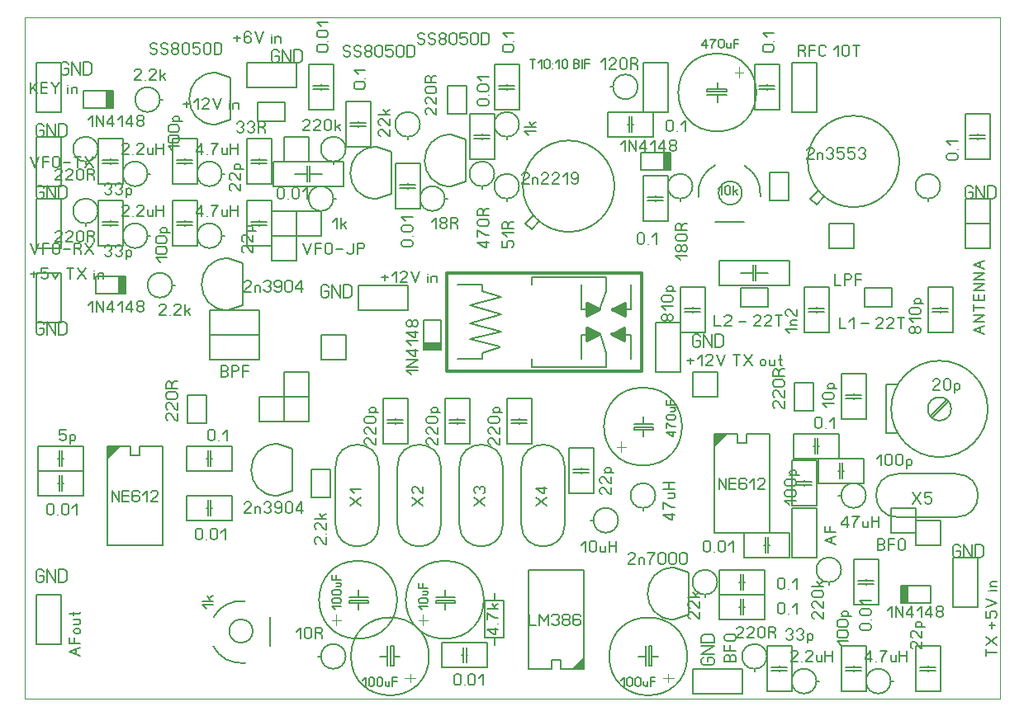
<source format=gbr>
%FSLAX34Y34*%
%MOMM*%
%LNCOPPER_BOTTOM*%
G71*
G01*
%ADD10C, 0.00*%
%ADD11C, 0.15*%
%ADD12C, 0.21*%
%ADD13C, 0.10*%
%ADD14C, 0.16*%
%ADD15C, 0.12*%
%ADD16C, 0.00*%
%ADD17C, 0.30*%
%ADD18C, 0.20*%
%ADD19C, 0.17*%
%LPD*%
G54D10*
X-50000Y1050000D02*
X950000Y1050000D01*
X950000Y350000D01*
X-50000Y350000D01*
X-50000Y1050000D01*
G54D11*
X-38100Y1003300D02*
X-12700Y1003300D01*
X-12700Y952500D01*
X-38100Y952500D01*
X-38100Y1003300D01*
G54D11*
X88900Y965200D02*
X92000Y965200D01*
G54D11*
G75*
G01X88900Y965200D02*
G03X88900Y965200I-12700J0D01*
G01*
G54D12*
X69774Y985127D02*
X62841Y985127D01*
X62841Y985849D01*
X63708Y987294D01*
X68908Y991627D01*
X69774Y993071D01*
X69774Y994516D01*
X68908Y995960D01*
X67174Y996683D01*
X65441Y996683D01*
X63708Y995960D01*
X62841Y994516D01*
G54D12*
X73818Y985127D02*
X73818Y985127D01*
G54D12*
X84795Y985127D02*
X77862Y985127D01*
X77862Y985849D01*
X78729Y987294D01*
X83929Y991627D01*
X84795Y993071D01*
X84795Y994516D01*
X83929Y995960D01*
X82195Y996683D01*
X80462Y996683D01*
X78729Y995960D01*
X77862Y994516D01*
G54D12*
X88839Y985127D02*
X88839Y996683D01*
G54D12*
X91439Y989460D02*
X94039Y985127D01*
G54D12*
X88839Y988016D02*
X94039Y991627D01*
G54D11*
X40600Y956500D02*
X40600Y973900D01*
X10200Y973900D01*
X10200Y956500D01*
X40600Y956500D01*
G36*
X40500Y956600D02*
X40500Y973300D01*
X33300Y973300D01*
X33300Y956600D01*
X40500Y956600D01*
G37*
G54D13*
X40500Y956600D02*
X40500Y973300D01*
X33300Y973300D01*
X33300Y956600D01*
X40500Y956600D01*
G54D12*
X15845Y944916D02*
X20179Y949250D01*
X20179Y937694D01*
G54D12*
X24222Y937694D02*
X24222Y949250D01*
X31156Y937694D01*
X31156Y949250D01*
G54D12*
X40399Y937694D02*
X40399Y949250D01*
X35199Y942027D01*
X35199Y940583D01*
X42133Y940583D01*
G54D12*
X46176Y944916D02*
X50510Y949250D01*
X50510Y937694D01*
G54D12*
X59753Y937694D02*
X59753Y949250D01*
X54553Y942027D01*
X54553Y940583D01*
X61487Y940583D01*
G54D12*
X69864Y943472D02*
X68130Y943472D01*
X66397Y944194D01*
X65530Y945638D01*
X65530Y947083D01*
X66397Y948527D01*
X68130Y949250D01*
X69864Y949250D01*
X71597Y948527D01*
X72464Y947083D01*
X72464Y945638D01*
X71597Y944194D01*
X69864Y943472D01*
X71597Y942750D01*
X72464Y941305D01*
X72464Y939861D01*
X71597Y938416D01*
X69864Y937694D01*
X68130Y937694D01*
X66397Y938416D01*
X65530Y939861D01*
X65530Y941305D01*
X66397Y942750D01*
X68130Y943472D01*
G54D11*
X145766Y939471D02*
X160966Y944371D01*
X160966Y987971D01*
X145766Y992871D01*
G54D11*
G75*
G01X145666Y992821D02*
G03X145666Y939521I0J-26650D01*
G01*
G54D12*
X79316Y1014052D02*
X80183Y1012607D01*
X81916Y1011885D01*
X83649Y1011885D01*
X85383Y1012607D01*
X86249Y1014052D01*
X86249Y1015496D01*
X85383Y1016941D01*
X83649Y1017663D01*
X81916Y1017663D01*
X80183Y1018385D01*
X79316Y1019829D01*
X79316Y1021274D01*
X80183Y1022718D01*
X81916Y1023441D01*
X83649Y1023441D01*
X85383Y1022718D01*
X86249Y1021274D01*
G54D12*
X90293Y1014052D02*
X91160Y1012607D01*
X92893Y1011885D01*
X94626Y1011885D01*
X96360Y1012607D01*
X97226Y1014052D01*
X97226Y1015496D01*
X96360Y1016941D01*
X94626Y1017663D01*
X92893Y1017663D01*
X91160Y1018385D01*
X90293Y1019829D01*
X90293Y1021274D01*
X91160Y1022718D01*
X92893Y1023441D01*
X94626Y1023441D01*
X96360Y1022718D01*
X97226Y1021274D01*
G54D12*
X105603Y1017663D02*
X103870Y1017663D01*
X102137Y1018385D01*
X101270Y1019829D01*
X101270Y1021274D01*
X102137Y1022718D01*
X103870Y1023441D01*
X105603Y1023441D01*
X107337Y1022718D01*
X108203Y1021274D01*
X108203Y1019829D01*
X107337Y1018385D01*
X105603Y1017663D01*
X107337Y1016941D01*
X108203Y1015496D01*
X108203Y1014052D01*
X107337Y1012607D01*
X105603Y1011885D01*
X103870Y1011885D01*
X102137Y1012607D01*
X101270Y1014052D01*
X101270Y1015496D01*
X102137Y1016941D01*
X103870Y1017663D01*
G54D12*
X119180Y1021274D02*
X119180Y1014052D01*
X118314Y1012607D01*
X116580Y1011885D01*
X114847Y1011885D01*
X113114Y1012607D01*
X112247Y1014052D01*
X112247Y1021274D01*
X113114Y1022718D01*
X114847Y1023441D01*
X116580Y1023441D01*
X118314Y1022718D01*
X119180Y1021274D01*
G54D12*
X130157Y1023441D02*
X123224Y1023441D01*
X123224Y1018385D01*
X124091Y1018385D01*
X125824Y1019107D01*
X127557Y1019107D01*
X129291Y1018385D01*
X130157Y1016941D01*
X130157Y1014052D01*
X129291Y1012607D01*
X127557Y1011885D01*
X125824Y1011885D01*
X124091Y1012607D01*
X123224Y1014052D01*
G54D12*
X141134Y1021274D02*
X141134Y1014052D01*
X140268Y1012607D01*
X138534Y1011885D01*
X136801Y1011885D01*
X135068Y1012607D01*
X134201Y1014052D01*
X134201Y1021274D01*
X135068Y1022718D01*
X136801Y1023441D01*
X138534Y1023441D01*
X140268Y1022718D01*
X141134Y1021274D01*
G54D12*
X145178Y1011885D02*
X145178Y1023441D01*
X149511Y1023441D01*
X151245Y1022718D01*
X152111Y1021274D01*
X152111Y1014052D01*
X151245Y1012607D01*
X149511Y1011885D01*
X145178Y1011885D01*
G54D11*
X177800Y977900D02*
X177800Y1003300D01*
X228600Y1003300D01*
X228600Y977900D01*
X177800Y977900D01*
G54D12*
X164350Y1028306D02*
X171283Y1028306D01*
G54D12*
X167817Y1031194D02*
X167817Y1025417D01*
G54D12*
X182260Y1032639D02*
X181394Y1034083D01*
X179660Y1034806D01*
X177927Y1034806D01*
X176194Y1034083D01*
X175327Y1032639D01*
X175327Y1029028D01*
X175327Y1028306D01*
X177927Y1029750D01*
X179660Y1029750D01*
X181394Y1029028D01*
X182260Y1027583D01*
X182260Y1025417D01*
X181394Y1023972D01*
X179660Y1023250D01*
X177927Y1023250D01*
X176194Y1023972D01*
X175327Y1025417D01*
X175327Y1029028D01*
G54D12*
X186304Y1034806D02*
X190637Y1023250D01*
X194971Y1034806D01*
G54D12*
X203232Y1023250D02*
X203232Y1029750D01*
G54D12*
X203232Y1031917D02*
X203232Y1031917D01*
G54D12*
X207276Y1023250D02*
X207276Y1029750D01*
G54D12*
X207276Y1028306D02*
X208143Y1029317D01*
X209876Y1029750D01*
X211609Y1029317D01*
X212476Y1028306D01*
X212476Y1023250D01*
G54D11*
X188900Y962000D02*
X217500Y962000D01*
X217500Y943000D01*
X188900Y943000D01*
X188900Y962000D01*
G54D12*
X167800Y940539D02*
X168667Y941983D01*
X170400Y942706D01*
X172133Y942706D01*
X173867Y941983D01*
X174733Y940539D01*
X174733Y939094D01*
X173867Y937650D01*
X172133Y936928D01*
X173867Y936206D01*
X174733Y934761D01*
X174733Y933317D01*
X173867Y931872D01*
X172133Y931150D01*
X170400Y931150D01*
X168667Y931872D01*
X167800Y933317D01*
G54D12*
X178777Y940539D02*
X179644Y941983D01*
X181377Y942706D01*
X183110Y942706D01*
X184844Y941983D01*
X185710Y940539D01*
X185710Y939094D01*
X184844Y937650D01*
X183110Y936928D01*
X184844Y936206D01*
X185710Y934761D01*
X185710Y933317D01*
X184844Y931872D01*
X183110Y931150D01*
X181377Y931150D01*
X179644Y931872D01*
X178777Y933317D01*
G54D12*
X193221Y936928D02*
X195821Y935483D01*
X196687Y934039D01*
X196687Y931150D01*
G54D12*
X189754Y931150D02*
X189754Y942706D01*
X194087Y942706D01*
X195821Y941983D01*
X196687Y940539D01*
X196687Y939094D01*
X195821Y937650D01*
X194087Y936928D01*
X189754Y936928D01*
G54D11*
X266700Y1001000D02*
X241300Y1001000D01*
X241300Y954800D01*
X266700Y954800D01*
X266700Y1001000D01*
G54D11*
X262000Y979500D02*
X246000Y979500D01*
G54D11*
X262000Y976300D02*
X246000Y976300D01*
G54D11*
X254000Y979500D02*
X254000Y981100D01*
G54D11*
X254000Y976300D02*
X254000Y974700D01*
G54D12*
X251861Y1021383D02*
X259083Y1021383D01*
X260528Y1020517D01*
X261250Y1018783D01*
X261250Y1017050D01*
X260528Y1015317D01*
X259083Y1014450D01*
X251861Y1014450D01*
X250417Y1015317D01*
X249694Y1017050D01*
X249694Y1018783D01*
X250417Y1020517D01*
X251861Y1021383D01*
G54D12*
X261250Y1025427D02*
X261250Y1025427D01*
G54D12*
X251861Y1036404D02*
X259083Y1036404D01*
X260528Y1035538D01*
X261250Y1033804D01*
X261250Y1032071D01*
X260528Y1030338D01*
X259083Y1029471D01*
X251861Y1029471D01*
X250417Y1030338D01*
X249694Y1032071D01*
X249694Y1033804D01*
X250417Y1035538D01*
X251861Y1036404D01*
G54D12*
X254028Y1040448D02*
X249694Y1044781D01*
X261250Y1044781D01*
G54D11*
X310866Y863271D02*
X326066Y868171D01*
X326066Y911771D01*
X310866Y916671D01*
G54D11*
G75*
G01X310766Y916621D02*
G03X310766Y863321I0J-26650D01*
G01*
G54D12*
X276866Y1011524D02*
X277732Y1010079D01*
X279466Y1009357D01*
X281199Y1009357D01*
X282932Y1010079D01*
X283799Y1011524D01*
X283799Y1012968D01*
X282932Y1014413D01*
X281199Y1015135D01*
X279466Y1015135D01*
X277732Y1015857D01*
X276866Y1017301D01*
X276866Y1018746D01*
X277732Y1020190D01*
X279466Y1020913D01*
X281199Y1020913D01*
X282932Y1020190D01*
X283799Y1018746D01*
G54D12*
X287843Y1011524D02*
X288709Y1010079D01*
X290443Y1009357D01*
X292176Y1009357D01*
X293909Y1010079D01*
X294776Y1011524D01*
X294776Y1012968D01*
X293909Y1014413D01*
X292176Y1015135D01*
X290443Y1015135D01*
X288709Y1015857D01*
X287843Y1017301D01*
X287843Y1018746D01*
X288709Y1020190D01*
X290443Y1020913D01*
X292176Y1020913D01*
X293909Y1020190D01*
X294776Y1018746D01*
G54D12*
X303153Y1015135D02*
X301420Y1015135D01*
X299686Y1015857D01*
X298820Y1017301D01*
X298820Y1018746D01*
X299686Y1020190D01*
X301420Y1020913D01*
X303153Y1020913D01*
X304886Y1020190D01*
X305753Y1018746D01*
X305753Y1017301D01*
X304886Y1015857D01*
X303153Y1015135D01*
X304886Y1014413D01*
X305753Y1012968D01*
X305753Y1011524D01*
X304886Y1010079D01*
X303153Y1009357D01*
X301420Y1009357D01*
X299686Y1010079D01*
X298820Y1011524D01*
X298820Y1012968D01*
X299686Y1014413D01*
X301420Y1015135D01*
G54D12*
X316730Y1018746D02*
X316730Y1011524D01*
X315863Y1010079D01*
X314130Y1009357D01*
X312397Y1009357D01*
X310663Y1010079D01*
X309797Y1011524D01*
X309797Y1018746D01*
X310663Y1020190D01*
X312397Y1020913D01*
X314130Y1020913D01*
X315863Y1020190D01*
X316730Y1018746D01*
G54D12*
X327707Y1020913D02*
X320774Y1020913D01*
X320774Y1015857D01*
X321640Y1015857D01*
X323374Y1016579D01*
X325107Y1016579D01*
X326840Y1015857D01*
X327707Y1014413D01*
X327707Y1011524D01*
X326840Y1010079D01*
X325107Y1009357D01*
X323374Y1009357D01*
X321640Y1010079D01*
X320774Y1011524D01*
G54D12*
X338684Y1018746D02*
X338684Y1011524D01*
X337817Y1010079D01*
X336084Y1009357D01*
X334351Y1009357D01*
X332617Y1010079D01*
X331751Y1011524D01*
X331751Y1018746D01*
X332617Y1020190D01*
X334351Y1020913D01*
X336084Y1020913D01*
X337817Y1020190D01*
X338684Y1018746D01*
G54D12*
X342728Y1009357D02*
X342728Y1020913D01*
X347061Y1020913D01*
X348794Y1020190D01*
X349661Y1018746D01*
X349661Y1011524D01*
X348794Y1010079D01*
X347061Y1009357D01*
X342728Y1009357D01*
G54D11*
X-38100Y927100D02*
X-12700Y927100D01*
X-12700Y876300D01*
X-38100Y876300D01*
X-38100Y927100D01*
G54D12*
X-43550Y906906D02*
X-39217Y895350D01*
X-34883Y906906D01*
G54D12*
X-30839Y895350D02*
X-30839Y906906D01*
X-24772Y906906D01*
G54D12*
X-30839Y901128D02*
X-24772Y901128D01*
G54D12*
X-13795Y904739D02*
X-13795Y897517D01*
X-14661Y896072D01*
X-16395Y895350D01*
X-18128Y895350D01*
X-19861Y896072D01*
X-20728Y897517D01*
X-20728Y904739D01*
X-19861Y906183D01*
X-18128Y906906D01*
X-16395Y906906D01*
X-14661Y906183D01*
X-13795Y904739D01*
G54D12*
X-9751Y900406D02*
X-2818Y900406D01*
G54D12*
X4693Y895350D02*
X4693Y906906D01*
G54D12*
X1226Y906906D02*
X8159Y906906D01*
G54D12*
X12203Y906906D02*
X20870Y895350D01*
G54D12*
X12203Y895350D02*
X20870Y906906D01*
G54D11*
X12700Y901700D02*
X12700Y898600D01*
G54D11*
G75*
G01X12700Y901700D02*
G03X12700Y901700I0J12700D01*
G01*
G54D12*
X-11240Y882559D02*
X-18173Y882559D01*
X-18173Y883281D01*
X-17306Y884726D01*
X-12106Y889059D01*
X-11240Y890503D01*
X-11240Y891948D01*
X-12106Y893392D01*
X-13840Y894115D01*
X-15573Y894115D01*
X-17306Y893392D01*
X-18173Y891948D01*
G54D12*
X-263Y882559D02*
X-7196Y882559D01*
X-7196Y883281D01*
X-6329Y884726D01*
X-1129Y889059D01*
X-263Y890503D01*
X-263Y891948D01*
X-1129Y893392D01*
X-2863Y894115D01*
X-4596Y894115D01*
X-6329Y893392D01*
X-7196Y891948D01*
G54D12*
X10714Y891948D02*
X10714Y884726D01*
X9848Y883281D01*
X8114Y882559D01*
X6381Y882559D01*
X4648Y883281D01*
X3781Y884726D01*
X3781Y891948D01*
X4648Y893392D01*
X6381Y894115D01*
X8114Y894115D01*
X9848Y893392D01*
X10714Y891948D01*
G54D12*
X18225Y888337D02*
X20825Y886892D01*
X21691Y885448D01*
X21691Y882559D01*
G54D12*
X14758Y882559D02*
X14758Y894115D01*
X19091Y894115D01*
X20825Y893392D01*
X21691Y891948D01*
X21691Y890503D01*
X20825Y889059D01*
X19091Y888337D01*
X14758Y888337D01*
G54D11*
X50800Y924800D02*
X25400Y924800D01*
X25400Y878600D01*
X50800Y878600D01*
X50800Y924800D01*
G54D11*
X46100Y903300D02*
X30100Y903300D01*
G54D11*
X46100Y900100D02*
X30100Y900100D01*
G54D11*
X38100Y903300D02*
X38100Y904900D01*
G54D11*
X38100Y900100D02*
X38100Y898500D01*
G54D12*
X32650Y877039D02*
X33517Y878483D01*
X35250Y879206D01*
X36983Y879206D01*
X38717Y878483D01*
X39583Y877039D01*
X39583Y875594D01*
X38717Y874150D01*
X36983Y873428D01*
X38717Y872706D01*
X39583Y871261D01*
X39583Y869817D01*
X38717Y868372D01*
X36983Y867650D01*
X35250Y867650D01*
X33517Y868372D01*
X32650Y869817D01*
G54D12*
X43627Y877039D02*
X44494Y878483D01*
X46227Y879206D01*
X47960Y879206D01*
X49694Y878483D01*
X50560Y877039D01*
X50560Y875594D01*
X49694Y874150D01*
X47960Y873428D01*
X49694Y872706D01*
X50560Y871261D01*
X50560Y869817D01*
X49694Y868372D01*
X47960Y867650D01*
X46227Y867650D01*
X44494Y868372D01*
X43627Y869817D01*
G54D12*
X54604Y874150D02*
X54604Y864761D01*
G54D12*
X54604Y869817D02*
X55471Y867939D01*
X57204Y867650D01*
X58937Y867939D01*
X59804Y869383D01*
X59804Y872272D01*
X58937Y873717D01*
X57204Y874150D01*
X55471Y873717D01*
X54604Y871983D01*
G54D11*
X76200Y889000D02*
X79300Y889000D01*
G54D11*
G75*
G01X76200Y889000D02*
G03X76200Y889000I-12700J0D01*
G01*
G54D12*
X57074Y908927D02*
X50141Y908927D01*
X50141Y909649D01*
X51008Y911094D01*
X56208Y915427D01*
X57074Y916871D01*
X57074Y918316D01*
X56208Y919760D01*
X54474Y920483D01*
X52741Y920483D01*
X51008Y919760D01*
X50141Y918316D01*
G54D12*
X61118Y908927D02*
X61118Y908927D01*
G54D12*
X72095Y908927D02*
X65162Y908927D01*
X65162Y909649D01*
X66029Y911094D01*
X71229Y915427D01*
X72095Y916871D01*
X72095Y918316D01*
X71229Y919760D01*
X69495Y920483D01*
X67762Y920483D01*
X66029Y919760D01*
X65162Y918316D01*
G54D12*
X81339Y915427D02*
X81339Y908927D01*
G54D12*
X81339Y910371D02*
X80472Y909216D01*
X78739Y908927D01*
X77006Y909216D01*
X76139Y910371D01*
X76139Y915427D01*
G54D12*
X85383Y908927D02*
X85383Y920483D01*
G54D12*
X92316Y908927D02*
X92316Y920483D01*
G54D12*
X85383Y914705D02*
X92316Y914705D01*
G54D11*
X127000Y924800D02*
X101600Y924800D01*
X101600Y878600D01*
X127000Y878600D01*
X127000Y924800D01*
G54D11*
X122300Y903300D02*
X106300Y903300D01*
G54D11*
X122300Y900100D02*
X106300Y900100D01*
G54D11*
X114300Y903300D02*
X114300Y904900D01*
G54D11*
X114300Y900100D02*
X114300Y898500D01*
G54D12*
X101628Y912850D02*
X97294Y917183D01*
X108850Y917183D01*
G54D12*
X99461Y928160D02*
X106683Y928160D01*
X108128Y927294D01*
X108850Y925560D01*
X108850Y923827D01*
X108128Y922094D01*
X106683Y921227D01*
X99461Y921227D01*
X98017Y922094D01*
X97294Y923827D01*
X97294Y925560D01*
X98017Y927294D01*
X99461Y928160D01*
G54D12*
X99461Y939137D02*
X106683Y939137D01*
X108128Y938271D01*
X108850Y936537D01*
X108850Y934804D01*
X108128Y933071D01*
X106683Y932204D01*
X99461Y932204D01*
X98017Y933071D01*
X97294Y934804D01*
X97294Y936537D01*
X98017Y938271D01*
X99461Y939137D01*
G54D12*
X102350Y943181D02*
X111739Y943181D01*
G54D12*
X106683Y943181D02*
X108561Y944048D01*
X108850Y945781D01*
X108561Y947514D01*
X107117Y948381D01*
X104228Y948381D01*
X102783Y947514D01*
X102350Y945781D01*
X102783Y944048D01*
X104517Y943181D01*
G54D11*
X152400Y889000D02*
X155500Y889000D01*
G54D11*
G75*
G01X152400Y889000D02*
G03X152400Y889000I-12700J0D01*
G01*
G54D12*
X131541Y908927D02*
X131541Y920483D01*
X126341Y913260D01*
X126341Y911816D01*
X133274Y911816D01*
G54D12*
X137318Y908927D02*
X137318Y908927D01*
G54D12*
X141362Y920483D02*
X148295Y920483D01*
X147429Y919038D01*
X145695Y916871D01*
X143962Y913983D01*
X143095Y911816D01*
X143095Y908927D01*
G54D12*
X157539Y915427D02*
X157539Y908927D01*
G54D12*
X157539Y910371D02*
X156672Y909216D01*
X154939Y908927D01*
X153206Y909216D01*
X152339Y910371D01*
X152339Y915427D01*
G54D12*
X161583Y908927D02*
X161583Y920483D01*
G54D12*
X168516Y908927D02*
X168516Y920483D01*
G54D12*
X161583Y914705D02*
X168516Y914705D01*
G54D11*
X203200Y924800D02*
X177800Y924800D01*
X177800Y878600D01*
X203200Y878600D01*
X203200Y924800D01*
G54D11*
X198500Y903300D02*
X182500Y903300D01*
G54D11*
X198500Y900100D02*
X182500Y900100D01*
G54D11*
X190500Y903300D02*
X190500Y904900D01*
G54D11*
X190500Y900100D02*
X190500Y898500D01*
G54D12*
X171600Y878890D02*
X171600Y871956D01*
X170878Y871956D01*
X169433Y872823D01*
X165100Y878023D01*
X163656Y878890D01*
X162211Y878890D01*
X160767Y878023D01*
X160044Y876290D01*
X160044Y874556D01*
X160767Y872823D01*
X162211Y871956D01*
G54D12*
X171600Y889867D02*
X171600Y882933D01*
X170878Y882933D01*
X169433Y883800D01*
X165100Y889000D01*
X163656Y889867D01*
X162211Y889867D01*
X160767Y889000D01*
X160044Y887267D01*
X160044Y885533D01*
X160767Y883800D01*
X162211Y882933D01*
G54D12*
X165100Y893910D02*
X174489Y893910D01*
G54D12*
X169433Y893910D02*
X171311Y894777D01*
X171600Y896510D01*
X171311Y898244D01*
X169867Y899110D01*
X166978Y899110D01*
X165533Y898244D01*
X165100Y896510D01*
X165533Y894777D01*
X167267Y893910D01*
G54D11*
X266700Y901700D02*
X266700Y898600D01*
G54D11*
G75*
G01X266700Y901700D02*
G03X266700Y901700I0J12700D01*
G01*
G54D12*
X242760Y933359D02*
X235827Y933359D01*
X235827Y934081D01*
X236694Y935526D01*
X241894Y939859D01*
X242760Y941303D01*
X242760Y942748D01*
X241894Y944192D01*
X240160Y944915D01*
X238427Y944915D01*
X236694Y944192D01*
X235827Y942748D01*
G54D12*
X253737Y933359D02*
X246804Y933359D01*
X246804Y934081D01*
X247671Y935526D01*
X252871Y939859D01*
X253737Y941303D01*
X253737Y942748D01*
X252871Y944192D01*
X251137Y944915D01*
X249404Y944915D01*
X247671Y944192D01*
X246804Y942748D01*
G54D12*
X264714Y942748D02*
X264714Y935526D01*
X263848Y934081D01*
X262114Y933359D01*
X260381Y933359D01*
X258648Y934081D01*
X257781Y935526D01*
X257781Y942748D01*
X258648Y944192D01*
X260381Y944915D01*
X262114Y944915D01*
X263848Y944192D01*
X264714Y942748D01*
G54D12*
X268758Y933359D02*
X268758Y944915D01*
G54D12*
X271358Y937692D02*
X273958Y933359D01*
G54D12*
X268758Y936248D02*
X273958Y939859D01*
G54D11*
X304800Y962900D02*
X279400Y962900D01*
X279400Y916700D01*
X304800Y916700D01*
X304800Y962900D01*
G54D11*
X300100Y941400D02*
X284100Y941400D01*
G54D11*
X300100Y938200D02*
X284100Y938200D01*
G54D11*
X292100Y941400D02*
X292100Y943000D01*
G54D11*
X292100Y938200D02*
X292100Y936600D01*
G54D12*
X289961Y983283D02*
X297183Y983283D01*
X298628Y982417D01*
X299350Y980683D01*
X299350Y978950D01*
X298628Y977217D01*
X297183Y976350D01*
X289961Y976350D01*
X288517Y977217D01*
X287794Y978950D01*
X287794Y980683D01*
X288517Y982417D01*
X289961Y983283D01*
G54D12*
X299350Y987327D02*
X299350Y987327D01*
G54D12*
X292128Y991371D02*
X287794Y995704D01*
X299350Y995704D01*
G54D11*
X330200Y853200D02*
X355600Y853200D01*
X355600Y899400D01*
X330200Y899400D01*
X330200Y853200D01*
G54D11*
X334900Y874700D02*
X350900Y874700D01*
G54D11*
X334900Y877900D02*
X350900Y877900D01*
G54D11*
X342900Y874700D02*
X342900Y873100D01*
G54D11*
X342900Y877900D02*
X342900Y879500D01*
G54D12*
X338961Y821283D02*
X346183Y821283D01*
X347628Y820417D01*
X348350Y818683D01*
X348350Y816950D01*
X347628Y815217D01*
X346183Y814350D01*
X338961Y814350D01*
X337517Y815217D01*
X336794Y816950D01*
X336794Y818683D01*
X337517Y820417D01*
X338961Y821283D01*
G54D12*
X348350Y825327D02*
X348350Y825327D01*
G54D12*
X338961Y836304D02*
X346183Y836304D01*
X347628Y835438D01*
X348350Y833704D01*
X348350Y831971D01*
X347628Y830238D01*
X346183Y829371D01*
X338961Y829371D01*
X337517Y830238D01*
X336794Y831971D01*
X336794Y833704D01*
X337517Y835438D01*
X338961Y836304D01*
G54D12*
X341128Y840348D02*
X336794Y844681D01*
X348350Y844681D01*
G54D11*
X387066Y875971D02*
X402266Y880871D01*
X402266Y924471D01*
X387066Y929371D01*
G54D11*
G75*
G01X386966Y929321D02*
G03X386966Y876021I0J-26650D01*
G01*
G54D12*
X353066Y1024224D02*
X353932Y1022779D01*
X355666Y1022057D01*
X357399Y1022057D01*
X359132Y1022779D01*
X359999Y1024224D01*
X359999Y1025668D01*
X359132Y1027113D01*
X357399Y1027835D01*
X355666Y1027835D01*
X353932Y1028557D01*
X353066Y1030001D01*
X353066Y1031446D01*
X353932Y1032890D01*
X355666Y1033613D01*
X357399Y1033613D01*
X359132Y1032890D01*
X359999Y1031446D01*
G54D12*
X364043Y1024224D02*
X364909Y1022779D01*
X366643Y1022057D01*
X368376Y1022057D01*
X370109Y1022779D01*
X370976Y1024224D01*
X370976Y1025668D01*
X370109Y1027113D01*
X368376Y1027835D01*
X366643Y1027835D01*
X364909Y1028557D01*
X364043Y1030001D01*
X364043Y1031446D01*
X364909Y1032890D01*
X366643Y1033613D01*
X368376Y1033613D01*
X370109Y1032890D01*
X370976Y1031446D01*
G54D12*
X379353Y1027835D02*
X377620Y1027835D01*
X375886Y1028557D01*
X375020Y1030001D01*
X375020Y1031446D01*
X375886Y1032890D01*
X377620Y1033613D01*
X379353Y1033613D01*
X381086Y1032890D01*
X381953Y1031446D01*
X381953Y1030001D01*
X381086Y1028557D01*
X379353Y1027835D01*
X381086Y1027113D01*
X381953Y1025668D01*
X381953Y1024224D01*
X381086Y1022779D01*
X379353Y1022057D01*
X377620Y1022057D01*
X375886Y1022779D01*
X375020Y1024224D01*
X375020Y1025668D01*
X375886Y1027113D01*
X377620Y1027835D01*
G54D12*
X392930Y1031446D02*
X392930Y1024224D01*
X392063Y1022779D01*
X390330Y1022057D01*
X388597Y1022057D01*
X386863Y1022779D01*
X385997Y1024224D01*
X385997Y1031446D01*
X386863Y1032890D01*
X388597Y1033613D01*
X390330Y1033613D01*
X392063Y1032890D01*
X392930Y1031446D01*
G54D12*
X403907Y1033613D02*
X396974Y1033613D01*
X396974Y1028557D01*
X397840Y1028557D01*
X399574Y1029279D01*
X401307Y1029279D01*
X403040Y1028557D01*
X403907Y1027113D01*
X403907Y1024224D01*
X403040Y1022779D01*
X401307Y1022057D01*
X399574Y1022057D01*
X397840Y1022779D01*
X396974Y1024224D01*
G54D12*
X414884Y1031446D02*
X414884Y1024224D01*
X414017Y1022779D01*
X412284Y1022057D01*
X410551Y1022057D01*
X408817Y1022779D01*
X407951Y1024224D01*
X407951Y1031446D01*
X408817Y1032890D01*
X410551Y1033613D01*
X412284Y1033613D01*
X414017Y1032890D01*
X414884Y1031446D01*
G54D12*
X418928Y1022057D02*
X418928Y1033613D01*
X423261Y1033613D01*
X424994Y1032890D01*
X425861Y1031446D01*
X425861Y1024224D01*
X424994Y1022779D01*
X423261Y1022057D01*
X418928Y1022057D01*
G54D11*
X342900Y927100D02*
X342900Y924000D01*
G54D11*
G75*
G01X342900Y927100D02*
G03X342900Y927100I0J12700D01*
G01*
G54D12*
X324727Y934692D02*
X324727Y927759D01*
X324005Y927759D01*
X322560Y928626D01*
X318227Y933826D01*
X316783Y934692D01*
X315338Y934692D01*
X313894Y933826D01*
X313171Y932092D01*
X313171Y930359D01*
X313894Y928626D01*
X315338Y927759D01*
G54D12*
X324727Y945669D02*
X324727Y938736D01*
X324005Y938736D01*
X322560Y939603D01*
X318227Y944803D01*
X316783Y945669D01*
X315338Y945669D01*
X313894Y944803D01*
X313171Y943069D01*
X313171Y941336D01*
X313894Y939603D01*
X315338Y938736D01*
G54D12*
X324727Y949713D02*
X313171Y949713D01*
G54D12*
X320394Y952313D02*
X324727Y954913D01*
G54D12*
X321838Y949713D02*
X318227Y954913D01*
G54D11*
X266700Y863600D02*
X269800Y863600D01*
G54D11*
G75*
G01X266700Y863600D02*
G03X266700Y863600I-12700J0D01*
G01*
G54D12*
X266041Y839949D02*
X270374Y844283D01*
X270374Y832727D01*
G54D12*
X274418Y832727D02*
X274418Y844283D01*
G54D12*
X277018Y837060D02*
X279618Y832727D01*
G54D12*
X274418Y835616D02*
X279618Y839227D01*
G54D11*
X403200Y979500D02*
X403200Y950900D01*
X384200Y950900D01*
X384200Y979500D01*
X403200Y979500D01*
G54D12*
X372350Y956733D02*
X372350Y949800D01*
X371628Y949800D01*
X370183Y950667D01*
X365850Y955867D01*
X364406Y956733D01*
X362961Y956733D01*
X361517Y955867D01*
X360794Y954133D01*
X360794Y952400D01*
X361517Y950667D01*
X362961Y949800D01*
G54D12*
X372350Y967710D02*
X372350Y960777D01*
X371628Y960777D01*
X370183Y961644D01*
X365850Y966844D01*
X364406Y967710D01*
X362961Y967710D01*
X361517Y966844D01*
X360794Y965110D01*
X360794Y963377D01*
X361517Y961644D01*
X362961Y960777D01*
G54D12*
X362961Y978687D02*
X370183Y978687D01*
X371628Y977821D01*
X372350Y976087D01*
X372350Y974354D01*
X371628Y972621D01*
X370183Y971754D01*
X362961Y971754D01*
X361517Y972621D01*
X360794Y974354D01*
X360794Y976087D01*
X361517Y977821D01*
X362961Y978687D01*
G54D12*
X366572Y986198D02*
X368017Y988798D01*
X369461Y989664D01*
X372350Y989664D01*
G54D12*
X372350Y982731D02*
X360794Y982731D01*
X360794Y987064D01*
X361517Y988798D01*
X362961Y989664D01*
X364406Y989664D01*
X365850Y988798D01*
X366572Y987064D01*
X366572Y982731D01*
G54D11*
X431800Y950200D02*
X406400Y950200D01*
X406400Y904000D01*
X431800Y904000D01*
X431800Y950200D01*
G54D11*
X427100Y928700D02*
X411100Y928700D01*
G54D11*
X427100Y925500D02*
X411100Y925500D01*
G54D11*
X419100Y928700D02*
X419100Y930300D01*
G54D11*
X419100Y925500D02*
X419100Y923900D01*
G54D12*
X416567Y965612D02*
X423789Y965612D01*
X425233Y964746D01*
X425956Y963012D01*
X425956Y961279D01*
X425233Y959546D01*
X423789Y958679D01*
X416567Y958679D01*
X415122Y959546D01*
X414400Y961279D01*
X414400Y963012D01*
X415122Y964746D01*
X416567Y965612D01*
G54D12*
X425956Y969656D02*
X425956Y969656D01*
G54D12*
X416567Y980633D02*
X423789Y980633D01*
X425233Y979767D01*
X425956Y978033D01*
X425956Y976300D01*
X425233Y974567D01*
X423789Y973700D01*
X416567Y973700D01*
X415122Y974567D01*
X414400Y976300D01*
X414400Y978033D01*
X415122Y979767D01*
X416567Y980633D01*
G54D12*
X418733Y984677D02*
X414400Y989010D01*
X425956Y989010D01*
G54D11*
X419100Y876300D02*
X419100Y873200D01*
G54D11*
G75*
G01X419100Y876300D02*
G03X419100Y876300I0J12700D01*
G01*
G54D12*
X426327Y818659D02*
X414771Y818659D01*
X421994Y813459D01*
X423438Y813459D01*
X423438Y820392D01*
G54D12*
X414771Y824436D02*
X414771Y831369D01*
X416216Y830503D01*
X418383Y828769D01*
X421271Y827036D01*
X423438Y826169D01*
X426327Y826169D01*
G54D12*
X416938Y842346D02*
X424160Y842346D01*
X425605Y841480D01*
X426327Y839746D01*
X426327Y838013D01*
X425605Y836280D01*
X424160Y835413D01*
X416938Y835413D01*
X415494Y836280D01*
X414771Y838013D01*
X414771Y839746D01*
X415494Y841480D01*
X416938Y842346D01*
G54D12*
X420549Y849857D02*
X421994Y852457D01*
X423438Y853323D01*
X426327Y853323D01*
G54D12*
X426327Y846390D02*
X414771Y846390D01*
X414771Y850723D01*
X415494Y852457D01*
X416938Y853323D01*
X418383Y853323D01*
X419827Y852457D01*
X420549Y850723D01*
X420549Y846390D01*
G54D11*
X444500Y927100D02*
X444500Y924000D01*
G54D11*
G75*
G01X444500Y927100D02*
G03X444500Y927100I0J12700D01*
G01*
G54D12*
X467011Y928823D02*
X462678Y933156D01*
X474233Y933156D01*
G54D12*
X474233Y937200D02*
X462678Y937200D01*
G54D12*
X469900Y939800D02*
X474233Y942400D01*
G54D12*
X471344Y937200D02*
X467733Y942400D01*
G54D11*
G75*
G01X508000Y923243D02*
G03X508000Y923243I0J-46950D01*
G01*
G54D11*
X478000Y840200D02*
X469900Y832100D01*
X463800Y838200D01*
X471900Y846300D01*
G54D12*
X467330Y878793D02*
X460397Y878793D01*
X460397Y879515D01*
X461264Y880960D01*
X466464Y885293D01*
X467330Y886737D01*
X467330Y888182D01*
X466464Y889626D01*
X464730Y890349D01*
X462997Y890349D01*
X461264Y889626D01*
X460397Y888182D01*
G54D12*
X471374Y878793D02*
X471374Y885293D01*
G54D12*
X471374Y883849D02*
X472241Y884860D01*
X473974Y885293D01*
X475707Y884860D01*
X476574Y883849D01*
X476574Y878793D01*
G54D12*
X487551Y878793D02*
X480618Y878793D01*
X480618Y879515D01*
X481485Y880960D01*
X486685Y885293D01*
X487551Y886737D01*
X487551Y888182D01*
X486685Y889626D01*
X484951Y890349D01*
X483218Y890349D01*
X481485Y889626D01*
X480618Y888182D01*
G54D12*
X498528Y878793D02*
X491595Y878793D01*
X491595Y879515D01*
X492462Y880960D01*
X497662Y885293D01*
X498528Y886737D01*
X498528Y888182D01*
X497662Y889626D01*
X495928Y890349D01*
X494195Y890349D01*
X492462Y889626D01*
X491595Y888182D01*
G54D12*
X502572Y886015D02*
X506905Y890349D01*
X506905Y878793D01*
G54D12*
X510949Y880960D02*
X511816Y879515D01*
X513549Y878793D01*
X515282Y878793D01*
X517016Y879515D01*
X517882Y880960D01*
X517882Y884571D01*
X517882Y885293D01*
X515282Y883849D01*
X513549Y883849D01*
X511816Y884571D01*
X510949Y886015D01*
X510949Y888182D01*
X511816Y889626D01*
X513549Y890349D01*
X515282Y890349D01*
X517016Y889626D01*
X517882Y888182D01*
X517882Y884571D01*
G54D11*
X444500Y863600D02*
X444500Y860500D01*
G54D11*
G75*
G01X444500Y863600D02*
G03X444500Y863600I0J12700D01*
G01*
G54D12*
X440171Y820392D02*
X440171Y813459D01*
X445227Y813459D01*
X445227Y814326D01*
X444505Y816059D01*
X444505Y817792D01*
X445227Y819526D01*
X446671Y820392D01*
X449560Y820392D01*
X451005Y819526D01*
X451727Y817792D01*
X451727Y816059D01*
X451005Y814326D01*
X449560Y813459D01*
G54D12*
X444505Y824436D02*
X440171Y828769D01*
X451727Y828769D01*
G54D12*
X445949Y836280D02*
X447394Y838880D01*
X448838Y839746D01*
X451727Y839746D01*
G54D12*
X451727Y832813D02*
X440171Y832813D01*
X440171Y837146D01*
X440894Y838880D01*
X442338Y839746D01*
X443783Y839746D01*
X445227Y838880D01*
X445949Y837146D01*
X445949Y832813D01*
G54D14*
X471127Y997365D02*
X471127Y1006254D01*
G54D14*
X468460Y1006254D02*
X473793Y1006254D01*
G54D14*
X476904Y1002921D02*
X480237Y1006254D01*
X480237Y997365D01*
G54D14*
X488681Y1004587D02*
X488681Y999032D01*
X488015Y997921D01*
X486681Y997365D01*
X485348Y997365D01*
X484015Y997921D01*
X483348Y999032D01*
X483348Y1004587D01*
X484015Y1005698D01*
X485348Y1006254D01*
X486681Y1006254D01*
X488015Y1005698D01*
X488681Y1004587D01*
G54D14*
X491792Y997365D02*
X491792Y997365D01*
G54D14*
X491792Y1002365D02*
X491792Y1002365D01*
G54D14*
X494903Y1002921D02*
X498236Y1006254D01*
X498236Y997365D01*
G54D14*
X506680Y1004587D02*
X506680Y999032D01*
X506014Y997921D01*
X504680Y997365D01*
X503347Y997365D01*
X502014Y997921D01*
X501347Y999032D01*
X501347Y1004587D01*
X502014Y1005698D01*
X503347Y1006254D01*
X504680Y1006254D01*
X506014Y1005698D01*
X506680Y1004587D01*
G54D14*
X513035Y997365D02*
X513035Y1006254D01*
X516368Y1006254D01*
X517702Y1005698D01*
X518368Y1004587D01*
X518368Y1003476D01*
X517702Y1002365D01*
X516368Y1001809D01*
X517702Y1001254D01*
X518368Y1000143D01*
X518368Y999032D01*
X517702Y997921D01*
X516368Y997365D01*
X513035Y997365D01*
G54D14*
X513035Y1001809D02*
X516368Y1001809D01*
G54D14*
X521479Y997365D02*
X521479Y1006254D01*
G54D14*
X524590Y997365D02*
X524590Y1006254D01*
X529257Y1006254D01*
G54D14*
X524590Y1001809D02*
X529257Y1001809D01*
G54D11*
X457200Y1001000D02*
X431800Y1001000D01*
X431800Y954800D01*
X457200Y954800D01*
X457200Y1001000D01*
G54D11*
X452500Y979500D02*
X436500Y979500D01*
G54D11*
X452500Y976300D02*
X436500Y976300D01*
G54D11*
X444500Y979500D02*
X444500Y981100D01*
G54D11*
X444500Y976300D02*
X444500Y974700D01*
G54D12*
X442361Y1021383D02*
X449583Y1021383D01*
X451028Y1020517D01*
X451750Y1018783D01*
X451750Y1017050D01*
X451028Y1015317D01*
X449583Y1014450D01*
X442361Y1014450D01*
X440917Y1015317D01*
X440194Y1017050D01*
X440194Y1018783D01*
X440917Y1020517D01*
X442361Y1021383D01*
G54D12*
X451750Y1025427D02*
X451750Y1025427D01*
G54D12*
X444528Y1029471D02*
X440194Y1033804D01*
X451750Y1033804D01*
G54D11*
X594600Y927100D02*
X594600Y952500D01*
X548400Y952500D01*
X548400Y927100D01*
X594600Y927100D01*
G54D11*
X573100Y931800D02*
X573100Y947800D01*
G54D11*
X569900Y931800D02*
X569900Y947800D01*
G54D11*
X573100Y939800D02*
X574700Y939800D01*
G54D11*
X569900Y939800D02*
X568300Y939800D01*
G54D12*
X614983Y941939D02*
X614983Y934717D01*
X614117Y933272D01*
X612383Y932550D01*
X610650Y932550D01*
X608917Y933272D01*
X608050Y934717D01*
X608050Y941939D01*
X608917Y943383D01*
X610650Y944106D01*
X612383Y944106D01*
X614117Y943383D01*
X614983Y941939D01*
G54D12*
X619027Y932550D02*
X619027Y932550D01*
G54D12*
X623071Y939772D02*
X627404Y944106D01*
X627404Y932550D01*
G54D11*
X612100Y893000D02*
X612100Y910400D01*
X581700Y910400D01*
X581700Y893000D01*
X612100Y893000D01*
G36*
X612000Y893100D02*
X612000Y909800D01*
X604800Y909800D01*
X604800Y893100D01*
X612000Y893100D01*
G37*
G54D13*
X612000Y893100D02*
X612000Y909800D01*
X604800Y909800D01*
X604800Y893100D01*
X612000Y893100D01*
G54D12*
X561946Y919516D02*
X566279Y923850D01*
X566279Y912294D01*
G54D12*
X570322Y912294D02*
X570322Y923850D01*
X577256Y912294D01*
X577256Y923850D01*
G54D12*
X586500Y912294D02*
X586500Y923850D01*
X581300Y916627D01*
X581300Y915183D01*
X588233Y915183D01*
G54D12*
X592276Y919516D02*
X596610Y923850D01*
X596610Y912294D01*
G54D12*
X605854Y912294D02*
X605854Y923850D01*
X600654Y916627D01*
X600654Y915183D01*
X607587Y915183D01*
G54D12*
X615964Y918072D02*
X614230Y918072D01*
X612497Y918794D01*
X611630Y920238D01*
X611630Y921683D01*
X612497Y923127D01*
X614230Y923850D01*
X615964Y923850D01*
X617697Y923127D01*
X618564Y921683D01*
X618564Y920238D01*
X617697Y918794D01*
X615964Y918072D01*
X617697Y917350D01*
X618564Y915905D01*
X618564Y914461D01*
X617697Y913016D01*
X615964Y912294D01*
X614230Y912294D01*
X612497Y913016D01*
X611630Y914461D01*
X611630Y915905D01*
X612497Y917350D01*
X614230Y918072D01*
G54D11*
X609600Y886700D02*
X584200Y886700D01*
X584200Y840500D01*
X609600Y840500D01*
X609600Y886700D01*
G54D11*
X604900Y865200D02*
X588900Y865200D01*
G54D11*
X604900Y862000D02*
X588900Y862000D01*
G54D11*
X596900Y865200D02*
X596900Y866800D01*
G54D11*
X596900Y862000D02*
X596900Y860400D01*
G54D12*
X585683Y826239D02*
X585683Y819017D01*
X584817Y817572D01*
X583083Y816850D01*
X581350Y816850D01*
X579617Y817572D01*
X578750Y819017D01*
X578750Y826239D01*
X579617Y827683D01*
X581350Y828406D01*
X583083Y828406D01*
X584817Y827683D01*
X585683Y826239D01*
G54D12*
X589727Y816850D02*
X589727Y816850D01*
G54D12*
X593771Y824072D02*
X598104Y828406D01*
X598104Y816850D01*
G54D11*
X622300Y863600D02*
X622300Y860500D01*
G54D11*
G75*
G01X622300Y863600D02*
G03X622300Y863600I0J12700D01*
G01*
G54D12*
X622305Y800759D02*
X617971Y805092D01*
X629527Y805092D01*
G54D12*
X623749Y813469D02*
X623749Y811736D01*
X623027Y810003D01*
X621583Y809136D01*
X620138Y809136D01*
X618694Y810003D01*
X617971Y811736D01*
X617971Y813469D01*
X618694Y815203D01*
X620138Y816069D01*
X621583Y816069D01*
X623027Y815203D01*
X623749Y813469D01*
X624471Y815203D01*
X625916Y816069D01*
X627360Y816069D01*
X628805Y815203D01*
X629527Y813469D01*
X629527Y811736D01*
X628805Y810003D01*
X627360Y809136D01*
X625916Y809136D01*
X624471Y810003D01*
X623749Y811736D01*
G54D12*
X620138Y827046D02*
X627360Y827046D01*
X628805Y826180D01*
X629527Y824446D01*
X629527Y822713D01*
X628805Y820980D01*
X627360Y820113D01*
X620138Y820113D01*
X618694Y820980D01*
X617971Y822713D01*
X617971Y824446D01*
X618694Y826180D01*
X620138Y827046D01*
G54D12*
X623749Y834557D02*
X625194Y837157D01*
X626638Y838023D01*
X629527Y838023D01*
G54D12*
X629527Y831090D02*
X617971Y831090D01*
X617971Y835423D01*
X618694Y837157D01*
X620138Y838023D01*
X621583Y838023D01*
X623027Y837157D01*
X623749Y835423D01*
X623749Y831090D01*
G54D11*
X658400Y839400D02*
X687800Y839400D01*
G54D11*
G75*
G01X658172Y897812D02*
G03X641011Y864846I14528J-28512D01*
G01*
G54D11*
G75*
G01X704462Y865400D02*
G03X688214Y897288I-31762J3900D01*
G01*
G54D11*
G75*
G01X685700Y869300D02*
G03X685700Y869300I-12000J0D01*
G01*
G54D14*
X661923Y873189D02*
X665256Y876522D01*
X665256Y867633D01*
G54D14*
X673700Y874856D02*
X673700Y869300D01*
X673033Y868189D01*
X671700Y867633D01*
X670367Y867633D01*
X669033Y868189D01*
X668367Y869300D01*
X668367Y874856D01*
X669033Y875967D01*
X670367Y876522D01*
X671700Y876522D01*
X673033Y875967D01*
X673700Y874856D01*
G54D14*
X676811Y867633D02*
X676811Y876522D01*
G54D14*
X678811Y870967D02*
X680811Y867633D01*
G54D14*
X676811Y869856D02*
X680811Y872633D01*
G54D11*
X649700Y973000D02*
X649700Y976200D01*
X669700Y976200D01*
X669700Y973000D01*
X649700Y973000D01*
G54D11*
X649700Y969800D02*
X669700Y969800D01*
G54D11*
G75*
G01X660400Y1012500D02*
G03X660400Y1012500I0J-40000D01*
G01*
G54D11*
X660400Y969500D02*
X660400Y962500D01*
G54D11*
X660400Y976500D02*
X660400Y982500D01*
G54D15*
X682600Y998500D02*
X682600Y987800D01*
G54D15*
X678200Y993200D02*
X687100Y993200D01*
G54D14*
X649050Y1018250D02*
X649050Y1027139D01*
X645050Y1021583D01*
X645050Y1020472D01*
X650383Y1020472D01*
G54D14*
X653494Y1027139D02*
X658827Y1027139D01*
X658161Y1026028D01*
X656827Y1024361D01*
X655494Y1022139D01*
X654827Y1020472D01*
X654827Y1018250D01*
G54D14*
X667271Y1025472D02*
X667271Y1019917D01*
X666605Y1018806D01*
X665271Y1018250D01*
X663938Y1018250D01*
X662605Y1018806D01*
X661938Y1019917D01*
X661938Y1025472D01*
X662605Y1026583D01*
X663938Y1027139D01*
X665271Y1027139D01*
X666605Y1026583D01*
X667271Y1025472D01*
G54D14*
X674382Y1023250D02*
X674382Y1018250D01*
G54D14*
X674382Y1019361D02*
X673715Y1018472D01*
X672382Y1018250D01*
X671049Y1018472D01*
X670382Y1019361D01*
X670382Y1023250D01*
G54D14*
X677493Y1018250D02*
X677493Y1027139D01*
X682160Y1027139D01*
G54D14*
X677493Y1022694D02*
X682160Y1022694D01*
G54D11*
X553478Y978299D02*
X550378Y978299D01*
G54D11*
G75*
G01X553478Y978299D02*
G03X553478Y978299I12700J0D01*
G01*
G54D12*
X541438Y1003694D02*
X545771Y1008028D01*
X545771Y996472D01*
G54D12*
X556748Y996472D02*
X549814Y996472D01*
X549814Y997194D01*
X550681Y998639D01*
X555881Y1002972D01*
X556748Y1004417D01*
X556748Y1005861D01*
X555881Y1007305D01*
X554148Y1008028D01*
X552414Y1008028D01*
X550681Y1007305D01*
X549814Y1005861D01*
G54D12*
X567725Y1005861D02*
X567725Y998639D01*
X566858Y997194D01*
X565125Y996472D01*
X563392Y996472D01*
X561658Y997194D01*
X560792Y998639D01*
X560792Y1005861D01*
X561658Y1007305D01*
X563392Y1008028D01*
X565125Y1008028D01*
X566858Y1007305D01*
X567725Y1005861D01*
G54D12*
X575235Y1002250D02*
X577835Y1000805D01*
X578702Y999361D01*
X578702Y996472D01*
G54D12*
X571768Y996472D02*
X571768Y1008028D01*
X576102Y1008028D01*
X577835Y1007305D01*
X578702Y1005861D01*
X578702Y1004417D01*
X577835Y1002972D01*
X576102Y1002250D01*
X571768Y1002250D01*
G54D11*
X584200Y1003300D02*
X609600Y1003300D01*
X609600Y952500D01*
X584200Y952500D01*
X584200Y1003300D01*
G54D11*
X723900Y1001000D02*
X698500Y1001000D01*
X698500Y954800D01*
X723900Y954800D01*
X723900Y1001000D01*
G54D11*
X719200Y979500D02*
X703200Y979500D01*
G54D11*
X719200Y976300D02*
X703200Y976300D01*
G54D11*
X711200Y979500D02*
X711200Y981100D01*
G54D11*
X711200Y976300D02*
X711200Y974700D01*
G54D12*
X709061Y1021383D02*
X716283Y1021383D01*
X717728Y1020517D01*
X718450Y1018783D01*
X718450Y1017050D01*
X717728Y1015317D01*
X716283Y1014450D01*
X709061Y1014450D01*
X707617Y1015317D01*
X706894Y1017050D01*
X706894Y1018783D01*
X707617Y1020517D01*
X709061Y1021383D01*
G54D12*
X718450Y1025427D02*
X718450Y1025427D01*
G54D12*
X711228Y1029471D02*
X706894Y1033804D01*
X718450Y1033804D01*
G54D11*
G75*
G01X800100Y948643D02*
G03X800100Y948643I0J-46950D01*
G01*
G54D11*
X770100Y865600D02*
X762000Y857500D01*
X755900Y863600D01*
X764000Y871700D01*
G54D12*
X759430Y904193D02*
X752497Y904193D01*
X752497Y904915D01*
X753364Y906360D01*
X758564Y910693D01*
X759430Y912137D01*
X759430Y913582D01*
X758564Y915026D01*
X756830Y915749D01*
X755097Y915749D01*
X753364Y915026D01*
X752497Y913582D01*
G54D12*
X763474Y904193D02*
X763474Y910693D01*
G54D12*
X763474Y909249D02*
X764341Y910260D01*
X766074Y910693D01*
X767807Y910260D01*
X768674Y909249D01*
X768674Y904193D01*
G54D12*
X772718Y913582D02*
X773585Y915026D01*
X775318Y915749D01*
X777051Y915749D01*
X778785Y915026D01*
X779651Y913582D01*
X779651Y912137D01*
X778785Y910693D01*
X777051Y909971D01*
X778785Y909249D01*
X779651Y907804D01*
X779651Y906360D01*
X778785Y904915D01*
X777051Y904193D01*
X775318Y904193D01*
X773585Y904915D01*
X772718Y906360D01*
G54D12*
X790628Y915749D02*
X783695Y915749D01*
X783695Y910693D01*
X784562Y910693D01*
X786295Y911415D01*
X788028Y911415D01*
X789762Y910693D01*
X790628Y909249D01*
X790628Y906360D01*
X789762Y904915D01*
X788028Y904193D01*
X786295Y904193D01*
X784562Y904915D01*
X783695Y906360D01*
G54D12*
X801605Y915749D02*
X794672Y915749D01*
X794672Y910693D01*
X795539Y910693D01*
X797272Y911415D01*
X799005Y911415D01*
X800739Y910693D01*
X801605Y909249D01*
X801605Y906360D01*
X800739Y904915D01*
X799005Y904193D01*
X797272Y904193D01*
X795539Y904915D01*
X794672Y906360D01*
G54D12*
X805649Y913582D02*
X806516Y915026D01*
X808249Y915749D01*
X809982Y915749D01*
X811716Y915026D01*
X812582Y913582D01*
X812582Y912137D01*
X811716Y910693D01*
X809982Y909971D01*
X811716Y909249D01*
X812582Y907804D01*
X812582Y906360D01*
X811716Y904915D01*
X809982Y904193D01*
X808249Y904193D01*
X806516Y904915D01*
X805649Y906360D01*
G54D11*
X733400Y890600D02*
X733400Y862000D01*
X714400Y862000D01*
X714400Y890600D01*
X733400Y890600D01*
G54D11*
X736600Y1003300D02*
X762000Y1003300D01*
X762000Y952500D01*
X736600Y952500D01*
X736600Y1003300D01*
G54D12*
X747317Y1015428D02*
X749917Y1013983D01*
X750783Y1012539D01*
X750783Y1009650D01*
G54D12*
X743850Y1009650D02*
X743850Y1021206D01*
X748183Y1021206D01*
X749917Y1020483D01*
X750783Y1019039D01*
X750783Y1017594D01*
X749917Y1016150D01*
X748183Y1015428D01*
X743850Y1015428D01*
G54D12*
X754827Y1009650D02*
X754827Y1021206D01*
X760894Y1021206D01*
G54D12*
X754827Y1015428D02*
X760894Y1015428D01*
G54D12*
X771871Y1011817D02*
X771005Y1010372D01*
X769271Y1009650D01*
X767538Y1009650D01*
X765805Y1010372D01*
X764938Y1011817D01*
X764938Y1019039D01*
X765805Y1020483D01*
X767538Y1021206D01*
X769271Y1021206D01*
X771005Y1020483D01*
X771871Y1019039D01*
G54D12*
X780132Y1016872D02*
X784465Y1021206D01*
X784465Y1009650D01*
G54D12*
X795442Y1019039D02*
X795442Y1011817D01*
X794576Y1010372D01*
X792842Y1009650D01*
X791109Y1009650D01*
X789376Y1010372D01*
X788509Y1011817D01*
X788509Y1019039D01*
X789376Y1020483D01*
X791109Y1021206D01*
X792842Y1021206D01*
X794576Y1020483D01*
X795442Y1019039D01*
G54D12*
X802953Y1009650D02*
X802953Y1021206D01*
G54D12*
X799486Y1021206D02*
X806419Y1021206D01*
G54D11*
X914400Y904000D02*
X939800Y904000D01*
X939800Y950200D01*
X914400Y950200D01*
X914400Y904000D01*
G54D11*
X919100Y925500D02*
X935100Y925500D01*
G54D11*
X919100Y928700D02*
X935100Y928700D01*
G54D11*
X927100Y925500D02*
X927100Y923900D01*
G54D11*
X927100Y928700D02*
X927100Y930300D01*
G54D12*
X897761Y910183D02*
X904983Y910183D01*
X906428Y909317D01*
X907150Y907583D01*
X907150Y905850D01*
X906428Y904117D01*
X904983Y903250D01*
X897761Y903250D01*
X896317Y904117D01*
X895594Y905850D01*
X895594Y907583D01*
X896317Y909317D01*
X897761Y910183D01*
G54D12*
X907150Y914227D02*
X907150Y914227D01*
G54D12*
X899928Y918271D02*
X895594Y922604D01*
X907150Y922604D01*
G54D11*
X876300Y863600D02*
X876300Y860500D01*
G54D11*
G75*
G01X876300Y863600D02*
G03X876300Y863600I0J12700D01*
G01*
G54D12*
X876300Y863600D02*
X876300Y863600D01*
G54D11*
X92100Y609600D02*
X68200Y609600D01*
X68200Y600100D01*
X58800Y600100D01*
X58800Y609600D01*
X34900Y609600D01*
X34900Y508000D01*
X92100Y508000D01*
X92100Y609600D01*
G36*
X34900Y609700D02*
X47600Y609700D01*
X34900Y596900D01*
X34900Y609700D01*
G37*
G54D16*
X34900Y609700D02*
X47600Y609700D01*
X34900Y596900D01*
X34900Y609700D01*
G54D12*
X39725Y552450D02*
X39725Y564006D01*
X46658Y552450D01*
X46658Y564006D01*
G54D12*
X56769Y552450D02*
X50702Y552450D01*
X50702Y564006D01*
X56769Y564006D01*
G54D12*
X50702Y558228D02*
X56769Y558228D01*
G54D12*
X67746Y561839D02*
X66880Y563283D01*
X65146Y564006D01*
X63413Y564006D01*
X61680Y563283D01*
X60813Y561839D01*
X60813Y558228D01*
X60813Y557506D01*
X63413Y558950D01*
X65146Y558950D01*
X66880Y558228D01*
X67746Y556783D01*
X67746Y554617D01*
X66880Y553172D01*
X65146Y552450D01*
X63413Y552450D01*
X61680Y553172D01*
X60813Y554617D01*
X60813Y558228D01*
G54D12*
X71790Y559672D02*
X76123Y564006D01*
X76123Y552450D01*
G54D12*
X87100Y552450D02*
X80167Y552450D01*
X80167Y553172D01*
X81034Y554617D01*
X86234Y558950D01*
X87100Y560394D01*
X87100Y561839D01*
X86234Y563283D01*
X84500Y564006D01*
X82767Y564006D01*
X81034Y563283D01*
X80167Y561839D01*
G54D11*
X714400Y622300D02*
X690500Y622300D01*
X690500Y612800D01*
X681100Y612800D01*
X681100Y622300D01*
X657200Y622300D01*
X657200Y520700D01*
X714400Y520700D01*
X714400Y622300D01*
G36*
X657200Y622400D02*
X669900Y622400D01*
X657200Y609600D01*
X657200Y622400D01*
G37*
G54D16*
X657200Y622400D02*
X669900Y622400D01*
X657200Y609600D01*
X657200Y622400D01*
G54D12*
X662025Y565150D02*
X662025Y576706D01*
X668958Y565150D01*
X668958Y576706D01*
G54D12*
X679069Y565150D02*
X673002Y565150D01*
X673002Y576706D01*
X679069Y576706D01*
G54D12*
X673002Y570928D02*
X679069Y570928D01*
G54D12*
X690046Y574539D02*
X689180Y575983D01*
X687446Y576706D01*
X685713Y576706D01*
X683980Y575983D01*
X683113Y574539D01*
X683113Y570928D01*
X683113Y570206D01*
X685713Y571650D01*
X687446Y571650D01*
X689180Y570928D01*
X690046Y569483D01*
X690046Y567317D01*
X689180Y565872D01*
X687446Y565150D01*
X685713Y565150D01*
X683980Y565872D01*
X683113Y567317D01*
X683113Y570928D01*
G54D12*
X694090Y572372D02*
X698423Y576706D01*
X698423Y565150D01*
G54D12*
X709400Y565150D02*
X702467Y565150D01*
X702467Y565872D01*
X703334Y567317D01*
X708534Y571650D01*
X709400Y573094D01*
X709400Y574539D01*
X708534Y575983D01*
X706800Y576706D01*
X705067Y576706D01*
X703334Y575983D01*
X702467Y574539D01*
G54D11*
X313450Y589050D02*
X313450Y528750D01*
G54D11*
X269050Y588950D02*
X269050Y528650D01*
G54D11*
G75*
G01X313450Y588850D02*
G03X269050Y588850I-22200J0D01*
G01*
G54D11*
G75*
G01X269050Y528750D02*
G03X313450Y528750I22200J0D01*
G01*
G54D12*
X283744Y548300D02*
X295300Y556967D01*
G54D12*
X295300Y548300D02*
X283744Y556967D01*
G54D12*
X288078Y561011D02*
X283744Y565344D01*
X295300Y565344D01*
G54D17*
X582685Y686635D02*
X582585Y787235D01*
X382685Y787135D01*
X382685Y686635D01*
X582685Y686635D01*
G54D18*
X394085Y698735D02*
X419485Y698735D01*
X419485Y705035D01*
X419485Y704935D01*
X436985Y711335D01*
X436985Y711435D01*
X406785Y719335D01*
X438585Y727335D01*
X406785Y735235D01*
X438585Y744835D01*
X406785Y754235D01*
X438585Y762235D01*
X419485Y768635D01*
X419485Y774935D01*
X394085Y774935D01*
G54D18*
X571885Y698735D02*
X571885Y724035D01*
X552885Y724035D01*
G54D18*
X521085Y698735D02*
X521085Y724035D01*
X540085Y724035D01*
G54D18*
X571885Y774935D02*
X571885Y749535D01*
X552885Y749535D01*
G54D18*
X521085Y774935D02*
X521085Y749535D01*
X540085Y749535D01*
G36*
X552885Y724135D02*
X552785Y724135D01*
X565485Y717735D01*
X565485Y730435D01*
X552885Y724035D01*
X552885Y724135D01*
G37*
G54D17*
X552885Y724135D02*
X552785Y724135D01*
X565485Y717735D01*
X565485Y730435D01*
X552885Y724035D01*
X552885Y724135D01*
G36*
X552985Y749535D02*
X552885Y749535D01*
X565585Y743135D01*
X565585Y755835D01*
X552985Y749435D01*
X552985Y749535D01*
G37*
G54D17*
X552985Y749535D02*
X552885Y749535D01*
X565585Y743135D01*
X565585Y755835D01*
X552985Y749435D01*
X552985Y749535D01*
G36*
X539885Y724235D02*
X539985Y724235D01*
X527285Y730635D01*
X527285Y717935D01*
X539885Y724335D01*
X539885Y724235D01*
G37*
G54D17*
X539885Y724235D02*
X539985Y724235D01*
X527285Y730635D01*
X527285Y717935D01*
X539885Y724335D01*
X539885Y724235D01*
G36*
X539985Y749535D02*
X540085Y749535D01*
X527385Y755935D01*
X527385Y743235D01*
X539985Y749635D01*
X539985Y749535D01*
G37*
G54D17*
X539985Y749535D02*
X540085Y749535D01*
X527385Y755935D01*
X527385Y743235D01*
X539985Y749635D01*
X539985Y749535D01*
G54D18*
X540085Y724135D02*
X540185Y724135D01*
X546585Y705135D01*
X546485Y705135D01*
X546485Y690835D01*
X482985Y690835D01*
X470285Y690835D01*
X470285Y698735D01*
G54D18*
X540085Y749535D02*
X540085Y749535D01*
X546485Y768535D01*
X546485Y782835D01*
X470285Y782835D01*
X470285Y774935D01*
G54D11*
X914400Y863600D02*
X939800Y863600D01*
X939800Y812800D01*
X914400Y812800D01*
X914400Y863600D01*
G54D12*
X934350Y724650D02*
X922794Y728983D01*
X934350Y733317D01*
G54D12*
X930017Y726383D02*
X930017Y731583D01*
G54D12*
X934350Y737361D02*
X922794Y737361D01*
X934350Y744294D01*
X922794Y744294D01*
G54D12*
X934350Y751805D02*
X922794Y751805D01*
G54D12*
X922794Y748338D02*
X922794Y755271D01*
G54D12*
X934350Y765382D02*
X934350Y759315D01*
X922794Y759315D01*
X922794Y765382D01*
G54D12*
X928572Y759315D02*
X928572Y765382D01*
G54D12*
X934350Y769426D02*
X922794Y769426D01*
X934350Y776359D01*
X922794Y776359D01*
G54D12*
X934350Y780403D02*
X922794Y780403D01*
X934350Y787336D01*
X922794Y787336D01*
G54D12*
X934350Y791380D02*
X922794Y795713D01*
X934350Y800047D01*
G54D12*
X930017Y793113D02*
X930017Y798313D01*
G54D11*
X876300Y726200D02*
X901700Y726200D01*
X901700Y772400D01*
X876300Y772400D01*
X876300Y726200D01*
G54D11*
X881000Y747700D02*
X897000Y747700D01*
G54D11*
X881000Y750900D02*
X897000Y750900D01*
G54D11*
X889000Y747700D02*
X889000Y746100D01*
G54D11*
X889000Y750900D02*
X889000Y752500D01*
G54D12*
X863272Y729783D02*
X863272Y728050D01*
X862550Y726317D01*
X861106Y725450D01*
X859661Y725450D01*
X858217Y726317D01*
X857494Y728050D01*
X857494Y729783D01*
X858217Y731517D01*
X859661Y732383D01*
X861106Y732383D01*
X862550Y731517D01*
X863272Y729783D01*
X863994Y731517D01*
X865439Y732383D01*
X866883Y732383D01*
X868328Y731517D01*
X869050Y729783D01*
X869050Y728050D01*
X868328Y726317D01*
X866883Y725450D01*
X865439Y725450D01*
X863994Y726317D01*
X863272Y728050D01*
G54D12*
X861828Y736427D02*
X857494Y740760D01*
X869050Y740760D01*
G54D12*
X859661Y751737D02*
X866883Y751737D01*
X868328Y750871D01*
X869050Y749137D01*
X869050Y747404D01*
X868328Y745671D01*
X866883Y744804D01*
X859661Y744804D01*
X858217Y745671D01*
X857494Y747404D01*
X857494Y749137D01*
X858217Y750871D01*
X859661Y751737D01*
G54D12*
X862550Y755781D02*
X871939Y755781D01*
G54D12*
X866883Y755781D02*
X868761Y756648D01*
X869050Y758381D01*
X868761Y760114D01*
X867317Y760981D01*
X864428Y760981D01*
X862983Y760114D01*
X862550Y758381D01*
X862983Y756648D01*
X864717Y755781D01*
G54D11*
X839800Y752500D02*
X811200Y752500D01*
X811200Y771500D01*
X839800Y771500D01*
X839800Y752500D01*
G54D12*
X785656Y741656D02*
X785656Y730100D01*
X791723Y730100D01*
G54D12*
X795767Y737322D02*
X800101Y741656D01*
X800101Y730100D01*
G54D12*
X808361Y735156D02*
X815295Y735156D01*
G54D12*
X830489Y730100D02*
X823555Y730100D01*
X823555Y730822D01*
X824422Y732267D01*
X829622Y736600D01*
X830489Y738044D01*
X830489Y739489D01*
X829622Y740933D01*
X827889Y741656D01*
X826155Y741656D01*
X824422Y740933D01*
X823555Y739489D01*
G54D12*
X841466Y730100D02*
X834532Y730100D01*
X834532Y730822D01*
X835399Y732267D01*
X840599Y736600D01*
X841466Y738044D01*
X841466Y739489D01*
X840599Y740933D01*
X838866Y741656D01*
X837132Y741656D01*
X835399Y740933D01*
X834532Y739489D01*
G54D12*
X848976Y730100D02*
X848976Y741656D01*
G54D12*
X845509Y741656D02*
X852443Y741656D01*
G54D11*
X749300Y726200D02*
X774700Y726200D01*
X774700Y772400D01*
X749300Y772400D01*
X749300Y726200D01*
G54D11*
X754000Y747700D02*
X770000Y747700D01*
G54D11*
X754000Y750900D02*
X770000Y750900D01*
G54D11*
X762000Y747700D02*
X762000Y746100D01*
G54D11*
X762000Y750900D02*
X762000Y752500D01*
G54D12*
X734828Y725450D02*
X730494Y729783D01*
X742050Y729783D01*
G54D12*
X742050Y733827D02*
X735550Y733827D01*
G54D12*
X736994Y733827D02*
X735983Y734694D01*
X735550Y736427D01*
X735983Y738160D01*
X736994Y739027D01*
X742050Y739027D01*
G54D12*
X742050Y750004D02*
X742050Y743071D01*
X741328Y743071D01*
X739883Y743938D01*
X735550Y749138D01*
X734106Y750004D01*
X732661Y750004D01*
X731217Y749138D01*
X730494Y747404D01*
X730494Y745671D01*
X731217Y743938D01*
X732661Y743071D01*
G54D11*
X712800Y752500D02*
X684200Y752500D01*
X684200Y771500D01*
X712800Y771500D01*
X712800Y752500D01*
G54D12*
X657700Y744106D02*
X657700Y732550D01*
X663767Y732550D01*
G54D12*
X674744Y732550D02*
X667811Y732550D01*
X667811Y733272D01*
X668678Y734717D01*
X673878Y739050D01*
X674744Y740494D01*
X674744Y741939D01*
X673878Y743383D01*
X672144Y744106D01*
X670411Y744106D01*
X668678Y743383D01*
X667811Y741939D01*
G54D12*
X683005Y737606D02*
X689938Y737606D01*
G54D12*
X705132Y732550D02*
X698199Y732550D01*
X698199Y733272D01*
X699066Y734717D01*
X704266Y739050D01*
X705132Y740494D01*
X705132Y741939D01*
X704266Y743383D01*
X702532Y744106D01*
X700799Y744106D01*
X699066Y743383D01*
X698199Y741939D01*
G54D12*
X716109Y732550D02*
X709176Y732550D01*
X709176Y733272D01*
X710043Y734717D01*
X715243Y739050D01*
X716109Y740494D01*
X716109Y741939D01*
X715243Y743383D01*
X713509Y744106D01*
X711776Y744106D01*
X710043Y743383D01*
X709176Y741939D01*
G54D12*
X723620Y732550D02*
X723620Y744106D01*
G54D12*
X720153Y744106D02*
X727086Y744106D01*
G54D11*
X622300Y726200D02*
X647700Y726200D01*
X647700Y772400D01*
X622300Y772400D01*
X622300Y726200D01*
G54D11*
X627000Y747700D02*
X643000Y747700D01*
G54D11*
X627000Y750900D02*
X643000Y750900D01*
G54D11*
X635000Y747700D02*
X635000Y746100D01*
G54D11*
X635000Y750900D02*
X635000Y752500D01*
G54D12*
X609272Y742483D02*
X609272Y740750D01*
X608550Y739017D01*
X607106Y738150D01*
X605661Y738150D01*
X604217Y739017D01*
X603494Y740750D01*
X603494Y742483D01*
X604217Y744217D01*
X605661Y745083D01*
X607106Y745083D01*
X608550Y744217D01*
X609272Y742483D01*
X609994Y744217D01*
X611439Y745083D01*
X612883Y745083D01*
X614328Y744217D01*
X615050Y742483D01*
X615050Y740750D01*
X614328Y739017D01*
X612883Y738150D01*
X611439Y738150D01*
X609994Y739017D01*
X609272Y740750D01*
G54D12*
X607828Y749127D02*
X603494Y753460D01*
X615050Y753460D01*
G54D12*
X605661Y764437D02*
X612883Y764437D01*
X614328Y763571D01*
X615050Y761837D01*
X615050Y760104D01*
X614328Y758371D01*
X612883Y757504D01*
X605661Y757504D01*
X604217Y758371D01*
X603494Y760104D01*
X603494Y761837D01*
X604217Y763571D01*
X605661Y764437D01*
G54D12*
X608550Y768481D02*
X617939Y768481D01*
G54D12*
X612883Y768481D02*
X614761Y769348D01*
X615050Y771081D01*
X614761Y772814D01*
X613317Y773681D01*
X610428Y773681D01*
X608983Y772814D01*
X608550Y771081D01*
X608983Y769348D01*
X610717Y768481D01*
G54D11*
X-38100Y787400D02*
X-12700Y787400D01*
X-12700Y736600D01*
X-38100Y736600D01*
X-38100Y787400D01*
G54D12*
X-43550Y786106D02*
X-36617Y786106D01*
G54D12*
X-40083Y788994D02*
X-40083Y783217D01*
G54D12*
X-25640Y792606D02*
X-32573Y792606D01*
X-32573Y787550D01*
X-31706Y787550D01*
X-29973Y788272D01*
X-28240Y788272D01*
X-26506Y787550D01*
X-25640Y786106D01*
X-25640Y783217D01*
X-26506Y781772D01*
X-28240Y781050D01*
X-29973Y781050D01*
X-31706Y781772D01*
X-32573Y783217D01*
G54D12*
X-21596Y787550D02*
X-18129Y781050D01*
X-14663Y787550D01*
G54D12*
X-2935Y781050D02*
X-2935Y792606D01*
G54D12*
X-6402Y792606D02*
X531Y792606D01*
G54D12*
X4575Y792606D02*
X13242Y781050D01*
G54D12*
X4575Y781050D02*
X13242Y792606D01*
G54D12*
X21503Y781050D02*
X21503Y787550D01*
G54D12*
X21503Y789717D02*
X21503Y789717D01*
G54D12*
X25547Y781050D02*
X25547Y787550D01*
G54D12*
X25547Y786106D02*
X26414Y787117D01*
X28147Y787550D01*
X29880Y787117D01*
X30747Y786106D01*
X30747Y781050D01*
G54D11*
X53300Y766000D02*
X53300Y783400D01*
X22900Y783400D01*
X22900Y766000D01*
X53300Y766000D01*
G36*
X53200Y766100D02*
X53200Y782800D01*
X46000Y782800D01*
X46000Y766100D01*
X53200Y766100D01*
G37*
G54D13*
X53200Y766100D02*
X53200Y782800D01*
X46000Y782800D01*
X46000Y766100D01*
X53200Y766100D01*
G54D12*
X15845Y754416D02*
X20179Y758750D01*
X20179Y747194D01*
G54D12*
X24222Y747194D02*
X24222Y758750D01*
X31156Y747194D01*
X31156Y758750D01*
G54D12*
X40399Y747194D02*
X40399Y758750D01*
X35199Y751527D01*
X35199Y750083D01*
X42133Y750083D01*
G54D12*
X46176Y754416D02*
X50510Y758750D01*
X50510Y747194D01*
G54D12*
X59753Y747194D02*
X59753Y758750D01*
X54553Y751527D01*
X54553Y750083D01*
X61487Y750083D01*
G54D12*
X69864Y752972D02*
X68130Y752972D01*
X66397Y753694D01*
X65530Y755138D01*
X65530Y756583D01*
X66397Y758027D01*
X68130Y758750D01*
X69864Y758750D01*
X71597Y758027D01*
X72464Y756583D01*
X72464Y755138D01*
X71597Y753694D01*
X69864Y752972D01*
X71597Y752250D01*
X72464Y750805D01*
X72464Y749361D01*
X71597Y747916D01*
X69864Y747194D01*
X68130Y747194D01*
X66397Y747916D01*
X65530Y749361D01*
X65530Y750805D01*
X66397Y752250D01*
X68130Y752972D01*
G54D11*
X101600Y774700D02*
X104700Y774700D01*
G54D11*
G75*
G01X101600Y774700D02*
G03X101600Y774700I-12700J0D01*
G01*
G54D12*
X95174Y743827D02*
X88241Y743827D01*
X88241Y744549D01*
X89108Y745994D01*
X94308Y750327D01*
X95174Y751771D01*
X95174Y753216D01*
X94308Y754660D01*
X92574Y755383D01*
X90841Y755383D01*
X89108Y754660D01*
X88241Y753216D01*
G54D12*
X99218Y743827D02*
X99218Y743827D01*
G54D12*
X110195Y743827D02*
X103262Y743827D01*
X103262Y744549D01*
X104129Y745994D01*
X109329Y750327D01*
X110195Y751771D01*
X110195Y753216D01*
X109329Y754660D01*
X107595Y755383D01*
X105862Y755383D01*
X104129Y754660D01*
X103262Y753216D01*
G54D12*
X114239Y743827D02*
X114239Y755383D01*
G54D12*
X116839Y748160D02*
X119439Y743827D01*
G54D12*
X114239Y746716D02*
X119439Y750327D01*
G54D11*
X158466Y748971D02*
X173666Y753871D01*
X173666Y797471D01*
X158466Y802371D01*
G54D11*
G75*
G01X158366Y802321D02*
G03X158366Y749021I0J-26650D01*
G01*
G54D12*
X182199Y768057D02*
X175266Y768057D01*
X175266Y768779D01*
X176132Y770224D01*
X181332Y774557D01*
X182199Y776001D01*
X182199Y777446D01*
X181332Y778890D01*
X179599Y779613D01*
X177866Y779613D01*
X176132Y778890D01*
X175266Y777446D01*
G54D12*
X186243Y768057D02*
X186243Y774557D01*
G54D12*
X186243Y773113D02*
X187109Y774124D01*
X188843Y774557D01*
X190576Y774124D01*
X191443Y773113D01*
X191443Y768057D01*
G54D12*
X195487Y777446D02*
X196353Y778890D01*
X198087Y779613D01*
X199820Y779613D01*
X201553Y778890D01*
X202420Y777446D01*
X202420Y776001D01*
X201553Y774557D01*
X199820Y773835D01*
X201553Y773113D01*
X202420Y771668D01*
X202420Y770224D01*
X201553Y768779D01*
X199820Y768057D01*
X198087Y768057D01*
X196353Y768779D01*
X195487Y770224D01*
G54D12*
X206464Y770224D02*
X207330Y768779D01*
X209064Y768057D01*
X210797Y768057D01*
X212530Y768779D01*
X213397Y770224D01*
X213397Y773835D01*
X213397Y774557D01*
X210797Y773113D01*
X209064Y773113D01*
X207330Y773835D01*
X206464Y775279D01*
X206464Y777446D01*
X207330Y778890D01*
X209064Y779613D01*
X210797Y779613D01*
X212530Y778890D01*
X213397Y777446D01*
X213397Y773835D01*
G54D12*
X224374Y777446D02*
X224374Y770224D01*
X223507Y768779D01*
X221774Y768057D01*
X220041Y768057D01*
X218307Y768779D01*
X217441Y770224D01*
X217441Y777446D01*
X218307Y778890D01*
X220041Y779613D01*
X221774Y779613D01*
X223507Y778890D01*
X224374Y777446D01*
G54D12*
X233618Y768057D02*
X233618Y779613D01*
X228418Y772390D01*
X228418Y770946D01*
X235351Y770946D01*
G54D11*
X359600Y708700D02*
X377000Y708700D01*
X377000Y739100D01*
X359600Y739100D01*
X359600Y708700D01*
G36*
X359700Y708800D02*
X376400Y708800D01*
X376400Y716000D01*
X359700Y716000D01*
X359700Y708800D01*
G37*
G54D13*
X359700Y708800D02*
X376400Y708800D01*
X376400Y716000D01*
X359700Y716000D01*
X359700Y708800D01*
G54D12*
X346271Y682654D02*
X341938Y686988D01*
X353494Y686988D01*
G54D12*
X353494Y691031D02*
X341938Y691031D01*
X353494Y697965D01*
X341938Y697965D01*
G54D12*
X353494Y707208D02*
X341938Y707208D01*
X349160Y702008D01*
X350605Y702008D01*
X350605Y708942D01*
G54D12*
X346271Y712985D02*
X341938Y717319D01*
X353494Y717319D01*
G54D12*
X353494Y726562D02*
X341938Y726562D01*
X349160Y721362D01*
X350605Y721362D01*
X350605Y728296D01*
G54D12*
X347716Y736673D02*
X347716Y734939D01*
X346994Y733206D01*
X345549Y732339D01*
X344105Y732339D01*
X342660Y733206D01*
X341938Y734939D01*
X341938Y736673D01*
X342660Y738406D01*
X344105Y739273D01*
X345549Y739273D01*
X346994Y738406D01*
X347716Y736673D01*
X348438Y738406D01*
X349882Y739273D01*
X351327Y739273D01*
X352771Y738406D01*
X353494Y736673D01*
X353494Y734939D01*
X352771Y733206D01*
X351327Y732339D01*
X349882Y732339D01*
X348438Y733206D01*
X347716Y734939D01*
G54D11*
X596900Y736600D02*
X622300Y736600D01*
X622300Y685800D01*
X596900Y685800D01*
X596900Y736600D01*
G54D12*
X629550Y697206D02*
X636483Y697206D01*
G54D12*
X633017Y700094D02*
X633017Y694317D01*
G54D12*
X640527Y699372D02*
X644860Y703706D01*
X644860Y692150D01*
G54D12*
X655837Y692150D02*
X648904Y692150D01*
X648904Y692872D01*
X649771Y694317D01*
X654971Y698650D01*
X655837Y700094D01*
X655837Y701539D01*
X654971Y702983D01*
X653237Y703706D01*
X651504Y703706D01*
X649771Y702983D01*
X648904Y701539D01*
G54D12*
X659881Y703706D02*
X664214Y692150D01*
X668548Y703706D01*
G54D12*
X680276Y692150D02*
X680276Y703706D01*
G54D12*
X676809Y703706D02*
X683742Y703706D01*
G54D12*
X687786Y703706D02*
X696453Y692150D01*
G54D12*
X687786Y692150D02*
X696453Y703706D01*
G54D12*
X709914Y693883D02*
X709914Y696772D01*
X709047Y698217D01*
X707314Y698650D01*
X705581Y698217D01*
X704714Y696772D01*
X704714Y693883D01*
X705581Y692439D01*
X707314Y692150D01*
X709047Y692439D01*
X709914Y693883D01*
G54D12*
X719158Y698650D02*
X719158Y692150D01*
G54D12*
X719158Y693594D02*
X718291Y692439D01*
X716558Y692150D01*
X714825Y692439D01*
X713958Y693594D01*
X713958Y698650D01*
G54D12*
X724935Y703706D02*
X724935Y692872D01*
X725802Y692150D01*
X726669Y692439D01*
G54D12*
X723202Y698650D02*
X726669Y698650D01*
G54D11*
X376950Y589050D02*
X376950Y528750D01*
G54D11*
X332550Y588950D02*
X332550Y528650D01*
G54D11*
G75*
G01X376950Y588850D02*
G03X332550Y588850I-22200J0D01*
G01*
G54D11*
G75*
G01X332550Y528750D02*
G03X376950Y528750I22200J0D01*
G01*
G54D12*
X347244Y548300D02*
X358800Y556967D01*
G54D12*
X358800Y548300D02*
X347244Y556967D01*
G54D12*
X358800Y567944D02*
X358800Y561011D01*
X358078Y561011D01*
X356633Y561878D01*
X352300Y567078D01*
X350856Y567944D01*
X349411Y567944D01*
X347967Y567078D01*
X347244Y565344D01*
X347244Y563611D01*
X347967Y561878D01*
X349411Y561011D01*
G54D11*
X440450Y589050D02*
X440450Y528750D01*
G54D11*
X396050Y588950D02*
X396050Y528650D01*
G54D11*
G75*
G01X440450Y588850D02*
G03X396050Y588850I-22200J0D01*
G01*
G54D11*
G75*
G01X396050Y528750D02*
G03X440450Y528750I22200J0D01*
G01*
G54D12*
X410744Y548300D02*
X422300Y556967D01*
G54D12*
X422300Y548300D02*
X410744Y556967D01*
G54D12*
X412911Y561011D02*
X411467Y561878D01*
X410744Y563611D01*
X410744Y565344D01*
X411467Y567078D01*
X412911Y567944D01*
X414356Y567944D01*
X415800Y567078D01*
X416522Y565344D01*
X417244Y567078D01*
X418689Y567944D01*
X420133Y567944D01*
X421578Y567078D01*
X422300Y565344D01*
X422300Y563611D01*
X421578Y561878D01*
X420133Y561011D01*
G54D11*
X503950Y589050D02*
X503950Y528750D01*
G54D11*
X459550Y588950D02*
X459550Y528650D01*
G54D11*
G75*
G01X503950Y588850D02*
G03X459550Y588850I-22200J0D01*
G01*
G54D11*
G75*
G01X459550Y528750D02*
G03X503950Y528750I22200J0D01*
G01*
G54D12*
X474244Y548300D02*
X485800Y556967D01*
G54D12*
X485800Y548300D02*
X474244Y556967D01*
G54D12*
X485800Y566211D02*
X474244Y566211D01*
X481467Y561011D01*
X482911Y561011D01*
X482911Y567944D01*
G54D11*
X317500Y611900D02*
X342900Y611900D01*
X342900Y658100D01*
X317500Y658100D01*
X317500Y611900D01*
G54D11*
X322200Y633400D02*
X338200Y633400D01*
G54D11*
X322200Y636600D02*
X338200Y636600D01*
G54D11*
X330200Y633400D02*
X330200Y631800D01*
G54D11*
X330200Y636600D02*
X330200Y638200D01*
G54D12*
X310250Y618083D02*
X310250Y611150D01*
X309528Y611150D01*
X308083Y612017D01*
X303750Y617217D01*
X302306Y618083D01*
X300861Y618083D01*
X299417Y617217D01*
X298694Y615483D01*
X298694Y613750D01*
X299417Y612017D01*
X300861Y611150D01*
G54D12*
X310250Y629060D02*
X310250Y622127D01*
X309528Y622127D01*
X308083Y622994D01*
X303750Y628194D01*
X302306Y629060D01*
X300861Y629060D01*
X299417Y628194D01*
X298694Y626460D01*
X298694Y624727D01*
X299417Y622994D01*
X300861Y622127D01*
G54D12*
X300861Y640037D02*
X308083Y640037D01*
X309528Y639171D01*
X310250Y637437D01*
X310250Y635704D01*
X309528Y633971D01*
X308083Y633104D01*
X300861Y633104D01*
X299417Y633971D01*
X298694Y635704D01*
X298694Y637437D01*
X299417Y639171D01*
X300861Y640037D01*
G54D12*
X303750Y644081D02*
X313139Y644081D01*
G54D12*
X308083Y644081D02*
X309961Y644948D01*
X310250Y646681D01*
X309961Y648414D01*
X308517Y649281D01*
X305628Y649281D01*
X304183Y648414D01*
X303750Y646681D01*
X304183Y644948D01*
X305917Y644081D01*
G54D11*
X381000Y611900D02*
X406400Y611900D01*
X406400Y658100D01*
X381000Y658100D01*
X381000Y611900D01*
G54D11*
X385700Y633400D02*
X401700Y633400D01*
G54D11*
X385700Y636600D02*
X401700Y636600D01*
G54D11*
X393700Y633400D02*
X393700Y631800D01*
G54D11*
X393700Y636600D02*
X393700Y638200D01*
G54D12*
X373750Y618083D02*
X373750Y611150D01*
X373028Y611150D01*
X371583Y612017D01*
X367250Y617217D01*
X365806Y618083D01*
X364361Y618083D01*
X362917Y617217D01*
X362194Y615483D01*
X362194Y613750D01*
X362917Y612017D01*
X364361Y611150D01*
G54D12*
X373750Y629060D02*
X373750Y622127D01*
X373028Y622127D01*
X371583Y622994D01*
X367250Y628194D01*
X365806Y629060D01*
X364361Y629060D01*
X362917Y628194D01*
X362194Y626460D01*
X362194Y624727D01*
X362917Y622994D01*
X364361Y622127D01*
G54D12*
X364361Y640037D02*
X371583Y640037D01*
X373028Y639171D01*
X373750Y637437D01*
X373750Y635704D01*
X373028Y633971D01*
X371583Y633104D01*
X364361Y633104D01*
X362917Y633971D01*
X362194Y635704D01*
X362194Y637437D01*
X362917Y639171D01*
X364361Y640037D01*
G54D12*
X367250Y644081D02*
X376639Y644081D01*
G54D12*
X371583Y644081D02*
X373461Y644948D01*
X373750Y646681D01*
X373461Y648414D01*
X372017Y649281D01*
X369128Y649281D01*
X367683Y648414D01*
X367250Y646681D01*
X367683Y644948D01*
X369417Y644081D01*
G54D11*
X444500Y611900D02*
X469900Y611900D01*
X469900Y658100D01*
X444500Y658100D01*
X444500Y611900D01*
G54D11*
X449200Y633400D02*
X465200Y633400D01*
G54D11*
X449200Y636600D02*
X465200Y636600D01*
G54D11*
X457200Y633400D02*
X457200Y631800D01*
G54D11*
X457200Y636600D02*
X457200Y638200D01*
G54D12*
X437250Y618083D02*
X437250Y611150D01*
X436528Y611150D01*
X435083Y612017D01*
X430750Y617217D01*
X429306Y618083D01*
X427861Y618083D01*
X426417Y617217D01*
X425694Y615483D01*
X425694Y613750D01*
X426417Y612017D01*
X427861Y611150D01*
G54D12*
X437250Y629060D02*
X437250Y622127D01*
X436528Y622127D01*
X435083Y622994D01*
X430750Y628194D01*
X429306Y629060D01*
X427861Y629060D01*
X426417Y628194D01*
X425694Y626460D01*
X425694Y624727D01*
X426417Y622994D01*
X427861Y622127D01*
G54D12*
X427861Y640037D02*
X435083Y640037D01*
X436528Y639171D01*
X437250Y637437D01*
X437250Y635704D01*
X436528Y633971D01*
X435083Y633104D01*
X427861Y633104D01*
X426417Y633971D01*
X425694Y635704D01*
X425694Y637437D01*
X426417Y639171D01*
X427861Y640037D01*
G54D12*
X430750Y644081D02*
X440139Y644081D01*
G54D12*
X435083Y644081D02*
X436961Y644948D01*
X437250Y646681D01*
X436961Y648414D01*
X435517Y649281D01*
X432628Y649281D01*
X431183Y648414D01*
X430750Y646681D01*
X431183Y644948D01*
X432917Y644081D01*
G54D11*
X209266Y558471D02*
X224466Y563371D01*
X224466Y606971D01*
X209266Y611871D01*
G54D11*
G75*
G01X209166Y611821D02*
G03X209166Y558521I0J-26650D01*
G01*
G54D12*
X182401Y540715D02*
X175468Y540715D01*
X175468Y541438D01*
X176334Y542882D01*
X181534Y547215D01*
X182401Y548660D01*
X182401Y550104D01*
X181534Y551549D01*
X179801Y552271D01*
X178068Y552271D01*
X176334Y551549D01*
X175468Y550104D01*
G54D12*
X186445Y540715D02*
X186445Y547215D01*
G54D12*
X186445Y545771D02*
X187311Y546782D01*
X189045Y547215D01*
X190778Y546782D01*
X191645Y545771D01*
X191645Y540715D01*
G54D12*
X195689Y550104D02*
X196555Y551549D01*
X198289Y552271D01*
X200022Y552271D01*
X201755Y551549D01*
X202622Y550104D01*
X202622Y548660D01*
X201755Y547215D01*
X200022Y546493D01*
X201755Y545771D01*
X202622Y544327D01*
X202622Y542882D01*
X201755Y541438D01*
X200022Y540715D01*
X198289Y540715D01*
X196555Y541438D01*
X195689Y542882D01*
G54D12*
X206666Y542882D02*
X207532Y541438D01*
X209266Y540715D01*
X210999Y540715D01*
X212732Y541438D01*
X213599Y542882D01*
X213599Y546493D01*
X213599Y547215D01*
X210999Y545771D01*
X209266Y545771D01*
X207532Y546493D01*
X206666Y547938D01*
X206666Y550104D01*
X207532Y551549D01*
X209266Y552271D01*
X210999Y552271D01*
X212732Y551549D01*
X213599Y550104D01*
X213599Y546493D01*
G54D12*
X224576Y550104D02*
X224576Y542882D01*
X223709Y541438D01*
X221976Y540715D01*
X220243Y540715D01*
X218509Y541438D01*
X217643Y542882D01*
X217643Y550104D01*
X218509Y551549D01*
X220243Y552271D01*
X221976Y552271D01*
X223709Y551549D01*
X224576Y550104D01*
G54D12*
X233820Y540715D02*
X233820Y552271D01*
X228620Y545049D01*
X228620Y543604D01*
X235553Y543604D01*
G54D11*
X508000Y561100D02*
X533400Y561100D01*
X533400Y607300D01*
X508000Y607300D01*
X508000Y561100D01*
G54D11*
X512700Y582600D02*
X528700Y582600D01*
G54D11*
X512700Y585800D02*
X528700Y585800D01*
G54D11*
X520700Y582600D02*
X520700Y581000D01*
G54D11*
X520700Y585800D02*
X520700Y587400D01*
G54D12*
X551550Y567283D02*
X551550Y560350D01*
X550828Y560350D01*
X549383Y561217D01*
X545050Y566417D01*
X543606Y567283D01*
X542161Y567283D01*
X540717Y566417D01*
X539994Y564683D01*
X539994Y562950D01*
X540717Y561217D01*
X542161Y560350D01*
G54D12*
X551550Y578260D02*
X551550Y571327D01*
X550828Y571327D01*
X549383Y572194D01*
X545050Y577394D01*
X543606Y578260D01*
X542161Y578260D01*
X540717Y577394D01*
X539994Y575660D01*
X539994Y573927D01*
X540717Y572194D01*
X542161Y571327D01*
G54D12*
X545050Y582304D02*
X554439Y582304D01*
G54D12*
X549383Y582304D02*
X551261Y583171D01*
X551550Y584904D01*
X551261Y586637D01*
X549817Y587504D01*
X546928Y587504D01*
X545483Y586637D01*
X545050Y584904D01*
X545483Y583171D01*
X547217Y582304D01*
G54D11*
X533400Y533400D02*
X530300Y533400D01*
G54D11*
G75*
G01X533400Y533400D02*
G03X533400Y533400I12700J0D01*
G01*
G54D12*
X521359Y507995D02*
X525692Y512329D01*
X525692Y500773D01*
G54D12*
X536669Y510162D02*
X536669Y502940D01*
X535803Y501495D01*
X534069Y500773D01*
X532336Y500773D01*
X530603Y501495D01*
X529736Y502940D01*
X529736Y510162D01*
X530603Y511606D01*
X532336Y512329D01*
X534069Y512329D01*
X535803Y511606D01*
X536669Y510162D01*
G54D12*
X545913Y507273D02*
X545913Y500773D01*
G54D12*
X545913Y502217D02*
X545046Y501062D01*
X543313Y500773D01*
X541580Y501062D01*
X540713Y502217D01*
X540713Y507273D01*
G54D12*
X549957Y500773D02*
X549957Y512329D01*
G54D12*
X556890Y500773D02*
X556890Y512329D01*
G54D12*
X549957Y506551D02*
X556890Y506551D01*
G54D11*
X10400Y584200D02*
X10400Y609600D01*
X-35800Y609600D01*
X-35800Y584200D01*
X10400Y584200D01*
G54D11*
X-11100Y588900D02*
X-11100Y604900D01*
G54D11*
X-14300Y588900D02*
X-14300Y604900D01*
G54D11*
X-11100Y596900D02*
X-9500Y596900D01*
G54D11*
X-14300Y596900D02*
X-15900Y596900D01*
G54D12*
X-7317Y626606D02*
X-14250Y626606D01*
X-14250Y621550D01*
X-13383Y621550D01*
X-11650Y622272D01*
X-9917Y622272D01*
X-8183Y621550D01*
X-7317Y620106D01*
X-7317Y617217D01*
X-8183Y615772D01*
X-9917Y615050D01*
X-11650Y615050D01*
X-13383Y615772D01*
X-14250Y617217D01*
G54D12*
X-3273Y621550D02*
X-3273Y612161D01*
G54D12*
X-3273Y617217D02*
X-2406Y615339D01*
X-673Y615050D01*
X1060Y615339D01*
X1927Y616783D01*
X1927Y619672D01*
X1060Y621117D01*
X-673Y621550D01*
X-2406Y621117D01*
X-3273Y619383D01*
G54D11*
X10400Y558800D02*
X10400Y584200D01*
X-35800Y584200D01*
X-35800Y558800D01*
X10400Y558800D01*
G54D11*
X-11100Y563500D02*
X-11100Y579500D01*
G54D11*
X-14300Y563500D02*
X-14300Y579500D01*
G54D11*
X-11100Y571500D02*
X-9500Y571500D01*
G54D11*
X-14300Y571500D02*
X-15900Y571500D01*
G54D12*
X-20017Y548239D02*
X-20017Y541017D01*
X-20883Y539572D01*
X-22617Y538850D01*
X-24350Y538850D01*
X-26083Y539572D01*
X-26950Y541017D01*
X-26950Y548239D01*
X-26083Y549683D01*
X-24350Y550406D01*
X-22617Y550406D01*
X-20883Y549683D01*
X-20017Y548239D01*
G54D12*
X-15973Y538850D02*
X-15973Y538850D01*
G54D12*
X-4996Y548239D02*
X-4996Y541017D01*
X-5862Y539572D01*
X-7596Y538850D01*
X-9329Y538850D01*
X-11062Y539572D01*
X-11929Y541017D01*
X-11929Y548239D01*
X-11062Y549683D01*
X-9329Y550406D01*
X-7596Y550406D01*
X-5862Y549683D01*
X-4996Y548239D01*
G54D12*
X-952Y546072D02*
X3381Y550406D01*
X3381Y538850D01*
G54D11*
X162800Y533400D02*
X162800Y558800D01*
X116600Y558800D01*
X116600Y533400D01*
X162800Y533400D01*
G54D11*
X141300Y538100D02*
X141300Y554100D01*
G54D11*
X138100Y538100D02*
X138100Y554100D01*
G54D11*
X141300Y546100D02*
X142900Y546100D01*
G54D11*
X138100Y546100D02*
X136500Y546100D01*
G54D12*
X132383Y522839D02*
X132383Y515617D01*
X131517Y514172D01*
X129783Y513450D01*
X128050Y513450D01*
X126317Y514172D01*
X125450Y515617D01*
X125450Y522839D01*
X126317Y524283D01*
X128050Y525006D01*
X129783Y525006D01*
X131517Y524283D01*
X132383Y522839D01*
G54D12*
X136427Y513450D02*
X136427Y513450D01*
G54D12*
X147404Y522839D02*
X147404Y515617D01*
X146538Y514172D01*
X144804Y513450D01*
X143071Y513450D01*
X141338Y514172D01*
X140471Y515617D01*
X140471Y522839D01*
X141338Y524283D01*
X143071Y525006D01*
X144804Y525006D01*
X146538Y524283D01*
X147404Y522839D01*
G54D12*
X151448Y520672D02*
X155781Y525006D01*
X155781Y513450D01*
G54D11*
X162800Y584200D02*
X162800Y609600D01*
X116600Y609600D01*
X116600Y584200D01*
X162800Y584200D01*
G54D11*
X141300Y588900D02*
X141300Y604900D01*
G54D11*
X138100Y588900D02*
X138100Y604900D01*
G54D11*
X141300Y596900D02*
X142900Y596900D01*
G54D11*
X138100Y596900D02*
X136500Y596900D01*
G54D12*
X145083Y624439D02*
X145083Y617217D01*
X144217Y615772D01*
X142483Y615050D01*
X140750Y615050D01*
X139017Y615772D01*
X138150Y617217D01*
X138150Y624439D01*
X139017Y625883D01*
X140750Y626606D01*
X142483Y626606D01*
X144217Y625883D01*
X145083Y624439D01*
G54D12*
X149127Y615050D02*
X149127Y615050D01*
G54D12*
X153171Y622272D02*
X157504Y626606D01*
X157504Y615050D01*
G54D11*
X584200Y546100D02*
X584200Y543000D01*
G54D11*
G75*
G01X584200Y546100D02*
G03X584200Y546100I0J12700D01*
G01*
G54D12*
X616827Y539259D02*
X605271Y539259D01*
X612494Y534059D01*
X613938Y534059D01*
X613938Y540992D01*
G54D12*
X605271Y545036D02*
X605271Y551969D01*
X606716Y551103D01*
X608883Y549369D01*
X611771Y547636D01*
X613938Y546769D01*
X616827Y546769D01*
G54D12*
X610327Y561213D02*
X616827Y561213D01*
G54D12*
X615383Y561213D02*
X616538Y560346D01*
X616827Y558613D01*
X616538Y556880D01*
X615383Y556013D01*
X610327Y556013D01*
G54D12*
X616827Y565257D02*
X605271Y565257D01*
G54D12*
X616827Y572190D02*
X605271Y572190D01*
G54D12*
X611049Y565257D02*
X611049Y572190D01*
G54D11*
X594900Y629100D02*
X594900Y625900D01*
X574900Y625900D01*
X574900Y629100D01*
X594900Y629100D01*
G54D11*
X594900Y632300D02*
X574900Y632300D01*
G54D11*
G75*
G01X584200Y589600D02*
G03X584200Y589600I0J40000D01*
G01*
G54D11*
X584200Y632600D02*
X584200Y639600D01*
G54D11*
X584200Y625600D02*
X584200Y619600D01*
G54D15*
X562000Y603600D02*
X562000Y614300D01*
G54D15*
X566400Y608900D02*
X557500Y608900D01*
G54D14*
X617250Y623550D02*
X608361Y623550D01*
X613917Y619550D01*
X615028Y619550D01*
X615028Y624883D01*
G54D14*
X608361Y627994D02*
X608361Y633327D01*
X609472Y632661D01*
X611139Y631327D01*
X613361Y629994D01*
X615028Y629327D01*
X617250Y629327D01*
G54D14*
X610028Y641771D02*
X615583Y641771D01*
X616694Y641105D01*
X617250Y639771D01*
X617250Y638438D01*
X616694Y637105D01*
X615583Y636438D01*
X610028Y636438D01*
X608917Y637105D01*
X608361Y638438D01*
X608361Y639771D01*
X608917Y641105D01*
X610028Y641771D01*
G54D14*
X612250Y648882D02*
X617250Y648882D01*
G54D14*
X616139Y648882D02*
X617028Y648215D01*
X617250Y646882D01*
X617028Y645549D01*
X616139Y644882D01*
X612250Y644882D01*
G54D14*
X617250Y651993D02*
X608361Y651993D01*
X608361Y656660D01*
G54D14*
X612806Y651993D02*
X612806Y656660D01*
G54D11*
X203200Y800100D02*
X203200Y825500D01*
X228600Y825500D01*
X228600Y800100D01*
X203200Y800100D01*
G54D11*
X190500Y635000D02*
X190500Y660400D01*
X215900Y660400D01*
X215900Y635000D01*
X190500Y635000D01*
G54D11*
X215900Y901700D02*
X215900Y927100D01*
X241300Y927100D01*
X241300Y901700D01*
X215900Y901700D01*
G54D11*
X228600Y825500D02*
X228600Y850900D01*
X254000Y850900D01*
X254000Y825500D01*
X228600Y825500D01*
G54D11*
X215900Y660400D02*
X215900Y685800D01*
X241300Y685800D01*
X241300Y660400D01*
X215900Y660400D01*
G54D11*
X215900Y635000D02*
X215900Y660400D01*
X241300Y660400D01*
X241300Y635000D01*
X215900Y635000D01*
G54D11*
X205500Y901700D02*
X205500Y876300D01*
X277100Y876300D01*
X277100Y901700D01*
X205500Y901700D01*
G54D11*
X239700Y897000D02*
X239700Y881000D01*
G54D11*
X242900Y897000D02*
X242900Y881000D01*
G54D11*
X227000Y889000D02*
X239700Y889000D01*
G54D11*
X242900Y889000D02*
X255600Y889000D01*
G54D12*
X216312Y872989D02*
X216312Y865767D01*
X215446Y864322D01*
X213712Y863600D01*
X211979Y863600D01*
X210246Y864322D01*
X209379Y865767D01*
X209379Y872989D01*
X210246Y874433D01*
X211979Y875156D01*
X213712Y875156D01*
X215446Y874433D01*
X216312Y872989D01*
G54D12*
X220356Y863600D02*
X220356Y863600D01*
G54D12*
X231333Y872989D02*
X231333Y865767D01*
X230467Y864322D01*
X228733Y863600D01*
X227000Y863600D01*
X225267Y864322D01*
X224400Y865767D01*
X224400Y872989D01*
X225267Y874433D01*
X227000Y875156D01*
X228733Y875156D01*
X230467Y874433D01*
X231333Y872989D01*
G54D12*
X235377Y870822D02*
X239710Y875156D01*
X239710Y863600D01*
G54D11*
X736600Y548400D02*
X762000Y548400D01*
X762000Y594600D01*
X736600Y594600D01*
X736600Y548400D01*
G54D11*
X741300Y569900D02*
X757300Y569900D01*
G54D11*
X741300Y573100D02*
X757300Y573100D01*
G54D11*
X749300Y569900D02*
X749300Y568300D01*
G54D11*
X749300Y573100D02*
X749300Y574700D01*
G54D12*
X734078Y549413D02*
X729744Y553746D01*
X741300Y553746D01*
G54D12*
X731911Y564723D02*
X739133Y564723D01*
X740578Y563856D01*
X741300Y562123D01*
X741300Y560390D01*
X740578Y558656D01*
X739133Y557790D01*
X731911Y557790D01*
X730467Y558656D01*
X729744Y560390D01*
X729744Y562123D01*
X730467Y563856D01*
X731911Y564723D01*
G54D12*
X731911Y575700D02*
X739133Y575700D01*
X740578Y574833D01*
X741300Y573100D01*
X741300Y571367D01*
X740578Y569633D01*
X739133Y568767D01*
X731911Y568767D01*
X730467Y569633D01*
X729744Y571367D01*
X729744Y573100D01*
X730467Y574833D01*
X731911Y575700D01*
G54D12*
X734800Y579744D02*
X744189Y579744D01*
G54D12*
X739133Y579744D02*
X741011Y580610D01*
X741300Y582344D01*
X741011Y584077D01*
X739567Y584944D01*
X736678Y584944D01*
X735233Y584077D01*
X734800Y582344D01*
X735233Y580610D01*
X736967Y579744D01*
G54D11*
X785100Y596900D02*
X785100Y622300D01*
X738900Y622300D01*
X738900Y596900D01*
X785100Y596900D01*
G54D11*
X763600Y601600D02*
X763600Y617600D01*
G54D11*
X760400Y601600D02*
X760400Y617600D01*
G54D11*
X763600Y609600D02*
X765200Y609600D01*
G54D11*
X760400Y609600D02*
X758800Y609600D01*
G54D12*
X767383Y637139D02*
X767383Y629917D01*
X766517Y628472D01*
X764783Y627750D01*
X763050Y627750D01*
X761317Y628472D01*
X760450Y629917D01*
X760450Y637139D01*
X761317Y638583D01*
X763050Y639306D01*
X764783Y639306D01*
X766517Y638583D01*
X767383Y637139D01*
G54D12*
X771427Y627750D02*
X771427Y627750D01*
G54D12*
X775471Y634972D02*
X779804Y639306D01*
X779804Y627750D01*
G54D11*
X810500Y571500D02*
X810500Y596900D01*
X764300Y596900D01*
X764300Y571500D01*
X810500Y571500D01*
G54D11*
X789000Y576200D02*
X789000Y592200D01*
G54D11*
X785800Y576200D02*
X785800Y592200D01*
G54D11*
X789000Y584200D02*
X790600Y584200D01*
G54D11*
X785800Y584200D02*
X784200Y584200D01*
G54D12*
X823950Y596872D02*
X828283Y601206D01*
X828283Y589650D01*
G54D12*
X839260Y599039D02*
X839260Y591817D01*
X838394Y590372D01*
X836660Y589650D01*
X834927Y589650D01*
X833194Y590372D01*
X832327Y591817D01*
X832327Y599039D01*
X833194Y600483D01*
X834927Y601206D01*
X836660Y601206D01*
X838394Y600483D01*
X839260Y599039D01*
G54D12*
X850237Y599039D02*
X850237Y591817D01*
X849371Y590372D01*
X847637Y589650D01*
X845904Y589650D01*
X844171Y590372D01*
X843304Y591817D01*
X843304Y599039D01*
X844171Y600483D01*
X845904Y601206D01*
X847637Y601206D01*
X849371Y600483D01*
X850237Y599039D01*
G54D12*
X854281Y596150D02*
X854281Y586761D01*
G54D12*
X854281Y591817D02*
X855148Y589939D01*
X856881Y589650D01*
X858614Y589939D01*
X859481Y591383D01*
X859481Y594272D01*
X858614Y595717D01*
X856881Y596150D01*
X855148Y595717D01*
X854281Y593983D01*
G54D11*
X787400Y558800D02*
X784300Y558800D01*
G54D11*
G75*
G01X787400Y558800D02*
G03X787400Y558800I12700J0D01*
G01*
G54D12*
X793259Y526173D02*
X793259Y537729D01*
X788059Y530506D01*
X788059Y529062D01*
X794992Y529062D01*
G54D12*
X799036Y537729D02*
X805969Y537729D01*
X805103Y536284D01*
X803369Y534117D01*
X801636Y531229D01*
X800769Y529062D01*
X800769Y526173D01*
G54D12*
X815213Y532673D02*
X815213Y526173D01*
G54D12*
X815213Y527617D02*
X814346Y526462D01*
X812613Y526173D01*
X810880Y526462D01*
X810013Y527617D01*
X810013Y532673D01*
G54D12*
X819257Y526173D02*
X819257Y537729D01*
G54D12*
X826190Y526173D02*
X826190Y537729D01*
G54D12*
X819257Y531951D02*
X826190Y531951D01*
G54D11*
X845200Y581000D02*
X905500Y581000D01*
G54D11*
X845300Y536600D02*
X905600Y536600D01*
G54D11*
G75*
G01X845400Y581000D02*
G03X845400Y536600I0J-22200D01*
G01*
G54D11*
G75*
G01X905500Y536600D02*
G03X905500Y581000I0J22200D01*
G01*
G54D12*
X860550Y561706D02*
X869217Y550150D01*
G54D12*
X860550Y550150D02*
X869217Y561706D01*
G54D12*
X880194Y561706D02*
X873261Y561706D01*
X873261Y556650D01*
X874128Y556650D01*
X875861Y557372D01*
X877594Y557372D01*
X879328Y556650D01*
X880194Y555206D01*
X880194Y552317D01*
X879328Y550872D01*
X877594Y550150D01*
X875861Y550150D01*
X874128Y550872D01*
X873261Y552317D01*
G54D11*
G75*
G01X937700Y647700D02*
G03X937700Y647700I-49500J0D01*
G01*
G54D11*
X833200Y672700D02*
X833200Y622700D01*
X845100Y622700D01*
X845300Y622900D01*
G54D11*
X833200Y672700D02*
X845300Y672700D01*
X845400Y672600D01*
G54D11*
G75*
G01X900200Y647700D02*
G03X900200Y647700I-12000J0D01*
G01*
G54D11*
X879200Y640700D02*
X895200Y656700D01*
G54D11*
X881200Y638700D02*
X897200Y654700D01*
G54D12*
X888383Y667272D02*
X881450Y667272D01*
X881450Y667994D01*
X882317Y669439D01*
X887517Y673772D01*
X888383Y675216D01*
X888383Y676661D01*
X887517Y678105D01*
X885783Y678828D01*
X884050Y678828D01*
X882317Y678105D01*
X881450Y676661D01*
G54D12*
X899360Y676661D02*
X899360Y669439D01*
X898494Y667994D01*
X896760Y667272D01*
X895027Y667272D01*
X893294Y667994D01*
X892427Y669439D01*
X892427Y676661D01*
X893294Y678105D01*
X895027Y678828D01*
X896760Y678828D01*
X898494Y678105D01*
X899360Y676661D01*
G54D12*
X903404Y673772D02*
X903404Y664383D01*
G54D12*
X903404Y669439D02*
X904271Y667561D01*
X906004Y667272D01*
X907737Y667561D01*
X908604Y669005D01*
X908604Y671894D01*
X907737Y673339D01*
X906004Y673772D01*
X904271Y673339D01*
X903404Y671605D01*
G54D11*
X787400Y637300D02*
X812800Y637300D01*
X812800Y683500D01*
X787400Y683500D01*
X787400Y637300D01*
G54D11*
X792100Y658800D02*
X808100Y658800D01*
G54D11*
X792100Y662000D02*
X808100Y662000D01*
G54D11*
X800100Y658800D02*
X800100Y657200D01*
G54D11*
X800100Y662000D02*
X800100Y663600D01*
G54D12*
X772928Y649250D02*
X768594Y653583D01*
X780150Y653583D01*
G54D12*
X770761Y664560D02*
X777983Y664560D01*
X779428Y663694D01*
X780150Y661960D01*
X780150Y660227D01*
X779428Y658494D01*
X777983Y657627D01*
X770761Y657627D01*
X769317Y658494D01*
X768594Y660227D01*
X768594Y661960D01*
X769317Y663694D01*
X770761Y664560D01*
G54D12*
X773650Y668604D02*
X783039Y668604D01*
G54D12*
X777983Y668604D02*
X779861Y669471D01*
X780150Y671204D01*
X779861Y672937D01*
X778417Y673804D01*
X775528Y673804D01*
X774083Y672937D01*
X773650Y671204D01*
X774083Y669471D01*
X775817Y668604D01*
G54D11*
X635000Y660400D02*
X635000Y685800D01*
X660400Y685800D01*
X660400Y660400D01*
X635000Y660400D01*
G54D11*
X292100Y749300D02*
X292100Y774700D01*
X342900Y774700D01*
X342900Y749300D01*
X292100Y749300D01*
G54D12*
X112845Y960393D02*
X119778Y960393D01*
G54D12*
X116312Y963282D02*
X116312Y957504D01*
G54D12*
X123822Y962560D02*
X128155Y966893D01*
X128155Y955338D01*
G54D12*
X139132Y955338D02*
X132199Y955338D01*
X132199Y956060D01*
X133066Y957504D01*
X138266Y961838D01*
X139132Y963282D01*
X139132Y964727D01*
X138266Y966171D01*
X136532Y966893D01*
X134799Y966893D01*
X133066Y966171D01*
X132199Y964727D01*
G54D12*
X143176Y966893D02*
X147509Y955338D01*
X151843Y966893D01*
G54D12*
X160104Y955338D02*
X160104Y961838D01*
G54D12*
X160104Y964004D02*
X160104Y964004D01*
G54D12*
X164148Y955338D02*
X164148Y961838D01*
G54D12*
X164148Y960393D02*
X165015Y961404D01*
X166748Y961838D01*
X168481Y961404D01*
X169348Y960393D01*
X169348Y955338D01*
G54D11*
X708900Y457200D02*
X708900Y482600D01*
X662700Y482600D01*
X662700Y457200D01*
X708900Y457200D01*
G54D11*
X687400Y461900D02*
X687400Y477900D01*
G54D11*
X684200Y461900D02*
X684200Y477900D01*
G54D11*
X687400Y469900D02*
X689000Y469900D01*
G54D11*
X684200Y469900D02*
X682600Y469900D01*
G54D12*
X729283Y472039D02*
X729283Y464817D01*
X728417Y463372D01*
X726683Y462650D01*
X724950Y462650D01*
X723217Y463372D01*
X722350Y464817D01*
X722350Y472039D01*
X723217Y473483D01*
X724950Y474206D01*
X726683Y474206D01*
X728417Y473483D01*
X729283Y472039D01*
G54D12*
X733327Y462650D02*
X733327Y462650D01*
G54D12*
X737371Y469872D02*
X741704Y474206D01*
X741704Y462650D01*
G54D11*
X708900Y431800D02*
X708900Y457200D01*
X662700Y457200D01*
X662700Y431800D01*
X708900Y431800D01*
G54D11*
X687400Y436500D02*
X687400Y452500D01*
G54D11*
X684200Y436500D02*
X684200Y452500D01*
G54D11*
X687400Y444500D02*
X689000Y444500D01*
G54D11*
X684200Y444500D02*
X682600Y444500D01*
G54D12*
X729283Y446639D02*
X729283Y439417D01*
X728417Y437972D01*
X726683Y437250D01*
X724950Y437250D01*
X723217Y437972D01*
X722350Y439417D01*
X722350Y446639D01*
X723217Y448083D01*
X724950Y448806D01*
X726683Y448806D01*
X728417Y448083D01*
X729283Y446639D01*
G54D12*
X733327Y437250D02*
X733327Y437250D01*
G54D12*
X737371Y444472D02*
X741704Y448806D01*
X741704Y437250D01*
G54D11*
X647700Y457200D02*
X647700Y454100D01*
G54D11*
G75*
G01X647700Y457200D02*
G03X647700Y457200I0J12700D01*
G01*
G54D12*
X642227Y439392D02*
X642227Y432459D01*
X641505Y432459D01*
X640060Y433326D01*
X635727Y438526D01*
X634283Y439392D01*
X632838Y439392D01*
X631394Y438526D01*
X630671Y436792D01*
X630671Y435059D01*
X631394Y433326D01*
X632838Y432459D01*
G54D12*
X642227Y450369D02*
X642227Y443436D01*
X641505Y443436D01*
X640060Y444303D01*
X635727Y449503D01*
X634283Y450369D01*
X632838Y450369D01*
X631394Y449503D01*
X630671Y447769D01*
X630671Y446036D01*
X631394Y444303D01*
X632838Y443436D01*
G54D12*
X642227Y454413D02*
X630671Y454413D01*
G54D12*
X637894Y457013D02*
X642227Y459613D01*
G54D12*
X639338Y454413D02*
X635727Y459613D01*
G54D11*
X615666Y431471D02*
X630866Y436371D01*
X630866Y479971D01*
X615666Y484871D01*
G54D11*
G75*
G01X615566Y484821D02*
G03X615566Y431521I0J-26650D01*
G01*
G54D12*
X575899Y488657D02*
X568966Y488657D01*
X568966Y489379D01*
X569832Y490824D01*
X575032Y495157D01*
X575899Y496601D01*
X575899Y498046D01*
X575032Y499490D01*
X573299Y500213D01*
X571566Y500213D01*
X569832Y499490D01*
X568966Y498046D01*
G54D12*
X579943Y488657D02*
X579943Y495157D01*
G54D12*
X579943Y493713D02*
X580809Y494724D01*
X582543Y495157D01*
X584276Y494724D01*
X585143Y493713D01*
X585143Y488657D01*
G54D12*
X589187Y500213D02*
X596120Y500213D01*
X595253Y498768D01*
X593520Y496601D01*
X591787Y493713D01*
X590920Y491546D01*
X590920Y488657D01*
G54D12*
X607097Y498046D02*
X607097Y490824D01*
X606230Y489379D01*
X604497Y488657D01*
X602764Y488657D01*
X601030Y489379D01*
X600164Y490824D01*
X600164Y498046D01*
X601030Y499490D01*
X602764Y500213D01*
X604497Y500213D01*
X606230Y499490D01*
X607097Y498046D01*
G54D12*
X618074Y498046D02*
X618074Y490824D01*
X617207Y489379D01*
X615474Y488657D01*
X613741Y488657D01*
X612007Y489379D01*
X611141Y490824D01*
X611141Y498046D01*
X612007Y499490D01*
X613741Y500213D01*
X615474Y500213D01*
X617207Y499490D01*
X618074Y498046D01*
G54D12*
X629051Y498046D02*
X629051Y490824D01*
X628184Y489379D01*
X626451Y488657D01*
X624718Y488657D01*
X622984Y489379D01*
X622118Y490824D01*
X622118Y498046D01*
X622984Y499490D01*
X624718Y500213D01*
X626451Y500213D01*
X628184Y499490D01*
X629051Y498046D01*
G54D11*
X901700Y495300D02*
X927100Y495300D01*
X927100Y444500D01*
X901700Y444500D01*
X901700Y495300D01*
G54D12*
X947050Y397917D02*
X935494Y397917D01*
G54D12*
X935494Y394450D02*
X935494Y401383D01*
G54D12*
X935494Y405427D02*
X947050Y414094D01*
G54D12*
X947050Y405427D02*
X935494Y414094D01*
G54D12*
X941994Y422355D02*
X941994Y429288D01*
G54D12*
X939106Y425822D02*
X944883Y425822D01*
G54D12*
X935494Y440265D02*
X935494Y433332D01*
X940550Y433332D01*
X940550Y434199D01*
X939828Y435932D01*
X939828Y437665D01*
X940550Y439399D01*
X941994Y440265D01*
X944883Y440265D01*
X946328Y439399D01*
X947050Y437665D01*
X947050Y435932D01*
X946328Y434199D01*
X944883Y433332D01*
G54D12*
X935494Y444309D02*
X947050Y448642D01*
X935494Y452976D01*
G54D12*
X947050Y461237D02*
X940550Y461237D01*
G54D12*
X938383Y461237D02*
X938383Y461237D01*
G54D12*
X947050Y465281D02*
X940550Y465281D01*
G54D12*
X941994Y465281D02*
X940983Y466148D01*
X940550Y467881D01*
X940983Y469614D01*
X941994Y470481D01*
X947050Y470481D01*
G54D11*
X848400Y465900D02*
X848400Y448500D01*
X878800Y448500D01*
X878800Y465900D01*
X848400Y465900D01*
G36*
X848500Y465800D02*
X848500Y449100D01*
X855700Y449100D01*
X855700Y465800D01*
X848500Y465800D01*
G37*
G54D13*
X848500Y465800D02*
X848500Y449100D01*
X855700Y449100D01*
X855700Y465800D01*
X848500Y465800D01*
G54D12*
X835054Y441128D02*
X839388Y445462D01*
X839388Y433906D01*
G54D12*
X843432Y433906D02*
X843432Y445462D01*
X850365Y433906D01*
X850365Y445462D01*
G54D12*
X859608Y433906D02*
X859608Y445462D01*
X854408Y438239D01*
X854408Y436795D01*
X861342Y436795D01*
G54D12*
X865386Y441128D02*
X869719Y445462D01*
X869719Y433906D01*
G54D12*
X878962Y433906D02*
X878962Y445462D01*
X873762Y438239D01*
X873762Y436795D01*
X880696Y436795D01*
G54D12*
X889073Y439684D02*
X887340Y439684D01*
X885606Y440406D01*
X884740Y441850D01*
X884740Y443295D01*
X885606Y444739D01*
X887340Y445462D01*
X889073Y445462D01*
X890806Y444739D01*
X891673Y443295D01*
X891673Y441850D01*
X890806Y440406D01*
X889073Y439684D01*
X890806Y438962D01*
X891673Y437517D01*
X891673Y436073D01*
X890806Y434628D01*
X889073Y433906D01*
X887340Y433906D01*
X885606Y434628D01*
X884740Y436073D01*
X884740Y437517D01*
X885606Y438962D01*
X887340Y439684D01*
G54D11*
X800100Y446800D02*
X825500Y446800D01*
X825500Y493000D01*
X800100Y493000D01*
X800100Y446800D01*
G54D11*
X804800Y468300D02*
X820800Y468300D01*
G54D11*
X804800Y471500D02*
X820800Y471500D01*
G54D11*
X812800Y468300D02*
X812800Y466700D01*
G54D11*
X812800Y471500D02*
X812800Y473100D01*
G54D12*
X808861Y427583D02*
X816083Y427583D01*
X817528Y426717D01*
X818250Y424983D01*
X818250Y423250D01*
X817528Y421517D01*
X816083Y420650D01*
X808861Y420650D01*
X807417Y421517D01*
X806694Y423250D01*
X806694Y424983D01*
X807417Y426717D01*
X808861Y427583D01*
G54D12*
X818250Y431627D02*
X818250Y431627D01*
G54D12*
X808861Y442604D02*
X816083Y442604D01*
X817528Y441738D01*
X818250Y440004D01*
X818250Y438271D01*
X817528Y436538D01*
X816083Y435671D01*
X808861Y435671D01*
X807417Y436538D01*
X806694Y438271D01*
X806694Y440004D01*
X807417Y441738D01*
X808861Y442604D01*
G54D12*
X811028Y446648D02*
X806694Y450981D01*
X818250Y450981D01*
G54D11*
X774700Y469900D02*
X774700Y466800D01*
G54D11*
G75*
G01X774700Y469900D02*
G03X774700Y469900I0J12700D01*
G01*
G54D12*
X769227Y439392D02*
X769227Y432459D01*
X768505Y432459D01*
X767060Y433326D01*
X762727Y438526D01*
X761283Y439392D01*
X759838Y439392D01*
X758394Y438526D01*
X757671Y436792D01*
X757671Y435059D01*
X758394Y433326D01*
X759838Y432459D01*
G54D12*
X769227Y450369D02*
X769227Y443436D01*
X768505Y443436D01*
X767060Y444303D01*
X762727Y449503D01*
X761283Y450369D01*
X759838Y450369D01*
X758394Y449503D01*
X757671Y447769D01*
X757671Y446036D01*
X758394Y444303D01*
X759838Y443436D01*
G54D12*
X759838Y461346D02*
X767060Y461346D01*
X768505Y460480D01*
X769227Y458746D01*
X769227Y457013D01*
X768505Y455280D01*
X767060Y454413D01*
X759838Y454413D01*
X758394Y455280D01*
X757671Y457013D01*
X757671Y458746D01*
X758394Y460480D01*
X759838Y461346D01*
G54D12*
X769227Y465390D02*
X757671Y465390D01*
G54D12*
X764894Y467990D02*
X769227Y470590D01*
G54D12*
X766338Y465390D02*
X762727Y470590D01*
G54D11*
X466551Y380990D02*
X490451Y380991D01*
X490451Y390490D01*
X499851Y390490D01*
X499851Y380991D01*
X523751Y380991D01*
X523751Y482590D01*
X466551Y482590D01*
X466551Y380990D01*
G36*
X523751Y380890D02*
X511051Y380890D01*
X523751Y393690D01*
X523751Y380890D01*
G37*
G54D16*
X523751Y380890D02*
X511051Y380890D01*
X523751Y393690D01*
X523751Y380890D01*
G54D12*
X468126Y436996D02*
X468126Y425441D01*
X474192Y425441D01*
G54D12*
X478237Y425441D02*
X478237Y436996D01*
X482570Y429774D01*
X486903Y436996D01*
X486903Y425441D01*
G54D12*
X490948Y434829D02*
X491814Y436274D01*
X493548Y436996D01*
X495281Y436996D01*
X497014Y436274D01*
X497881Y434829D01*
X497881Y433385D01*
X497014Y431941D01*
X495281Y431218D01*
X497014Y430496D01*
X497881Y429052D01*
X497881Y427607D01*
X497014Y426163D01*
X495281Y425441D01*
X493548Y425441D01*
X491814Y426163D01*
X490948Y427607D01*
G54D12*
X506258Y431218D02*
X504525Y431218D01*
X502791Y431941D01*
X501925Y433385D01*
X501925Y434829D01*
X502791Y436274D01*
X504525Y436996D01*
X506258Y436996D01*
X507991Y436274D01*
X508858Y434829D01*
X508858Y433385D01*
X507991Y431941D01*
X506258Y431218D01*
X507991Y430496D01*
X508858Y429052D01*
X508858Y427607D01*
X507991Y426163D01*
X506258Y425441D01*
X504525Y425441D01*
X502791Y426163D01*
X501925Y427607D01*
X501925Y429052D01*
X502791Y430496D01*
X504525Y431218D01*
G54D12*
X519835Y434829D02*
X518968Y436274D01*
X517235Y436996D01*
X515502Y436996D01*
X513768Y436274D01*
X512902Y434829D01*
X512902Y431218D01*
X512902Y430496D01*
X515502Y431941D01*
X517235Y431941D01*
X518968Y431218D01*
X519835Y429774D01*
X519835Y427607D01*
X518968Y426163D01*
X517235Y425441D01*
X515502Y425441D01*
X513768Y426163D01*
X512902Y427607D01*
X512902Y431218D01*
G54D11*
X378326Y407877D02*
X378325Y382477D01*
X424525Y382477D01*
X424526Y407877D01*
X378326Y407877D01*
G54D11*
X399826Y403177D02*
X399826Y387177D01*
G54D11*
X403025Y403177D02*
X403026Y387177D01*
G54D11*
X399826Y395177D02*
X398225Y395177D01*
G54D11*
X403026Y395177D02*
X404626Y395177D01*
G54D12*
X397209Y373716D02*
X397209Y366494D01*
X396342Y365049D01*
X394609Y364327D01*
X392876Y364327D01*
X391142Y365049D01*
X390276Y366494D01*
X390276Y373716D01*
X391142Y375160D01*
X392876Y375883D01*
X394609Y375883D01*
X396342Y375160D01*
X397209Y373716D01*
G54D12*
X401253Y364327D02*
X401253Y364327D01*
G54D12*
X412230Y373716D02*
X412230Y366494D01*
X411363Y365049D01*
X409630Y364327D01*
X407897Y364327D01*
X406163Y365049D01*
X405297Y366494D01*
X405297Y373716D01*
X406163Y375160D01*
X407897Y375883D01*
X409630Y375883D01*
X411363Y375160D01*
X412230Y373716D01*
G54D12*
X416274Y371549D02*
X420607Y375883D01*
X420607Y364327D01*
G54D11*
X391700Y451300D02*
X391700Y448100D01*
X371700Y448100D01*
X371700Y451300D01*
X391700Y451300D01*
G54D11*
X391700Y454500D02*
X371700Y454500D01*
G54D11*
G75*
G01X381000Y411800D02*
G03X381000Y411800I0J40000D01*
G01*
G54D11*
X381000Y454800D02*
X381000Y461800D01*
G54D11*
X381000Y447800D02*
X381000Y441800D01*
G54D15*
X358800Y425800D02*
X358800Y436500D01*
G54D15*
X363200Y431100D02*
X354300Y431100D01*
G54D14*
X357694Y441750D02*
X354361Y445083D01*
X363250Y445083D01*
G54D14*
X356028Y453527D02*
X361583Y453527D01*
X362694Y452861D01*
X363250Y451527D01*
X363250Y450194D01*
X362694Y448861D01*
X361583Y448194D01*
X356028Y448194D01*
X354917Y448861D01*
X354361Y450194D01*
X354361Y451527D01*
X354917Y452861D01*
X356028Y453527D01*
G54D14*
X358250Y460638D02*
X363250Y460638D01*
G54D14*
X362139Y460638D02*
X363028Y459971D01*
X363250Y458638D01*
X363028Y457305D01*
X362139Y456638D01*
X358250Y456638D01*
G54D14*
X363250Y463749D02*
X354361Y463749D01*
X354361Y468416D01*
G54D14*
X358806Y463749D02*
X358806Y468416D01*
G54D11*
X422300Y450800D02*
X441300Y450800D01*
X441300Y412800D01*
X422300Y412800D01*
X422300Y450800D01*
G54D11*
X431800Y450900D02*
X431800Y458800D01*
G54D11*
X431800Y412800D02*
X431800Y404900D01*
G54D12*
X435850Y421600D02*
X424294Y421600D01*
X431517Y416400D01*
X432961Y416400D01*
X432961Y423333D01*
G54D12*
X435850Y427377D02*
X435850Y427377D01*
G54D12*
X424294Y431421D02*
X424294Y438354D01*
X425739Y437488D01*
X427906Y435754D01*
X430794Y434021D01*
X432961Y433154D01*
X435850Y433154D01*
G54D12*
X435850Y442398D02*
X424294Y442398D01*
G54D12*
X431517Y444998D02*
X435850Y447598D01*
G54D12*
X432961Y442398D02*
X429350Y447598D01*
G54D11*
X302800Y451300D02*
X302800Y448100D01*
X282800Y448100D01*
X282800Y451300D01*
X302800Y451300D01*
G54D11*
X302800Y454500D02*
X282800Y454500D01*
G54D11*
G75*
G01X292100Y411800D02*
G03X292100Y411800I0J40000D01*
G01*
G54D11*
X292100Y454800D02*
X292100Y461800D01*
G54D11*
X292100Y447800D02*
X292100Y441800D01*
G54D15*
X269900Y425800D02*
X269900Y436500D01*
G54D15*
X274300Y431100D02*
X265400Y431100D01*
G54D14*
X268794Y441750D02*
X265461Y445083D01*
X274350Y445083D01*
G54D14*
X267128Y453527D02*
X272683Y453527D01*
X273794Y452861D01*
X274350Y451527D01*
X274350Y450194D01*
X273794Y448861D01*
X272683Y448194D01*
X267128Y448194D01*
X266017Y448861D01*
X265461Y450194D01*
X265461Y451527D01*
X266017Y452861D01*
X267128Y453527D01*
G54D14*
X267128Y461971D02*
X272683Y461971D01*
X273794Y461305D01*
X274350Y459971D01*
X274350Y458638D01*
X273794Y457305D01*
X272683Y456638D01*
X267128Y456638D01*
X266017Y457305D01*
X265461Y458638D01*
X265461Y459971D01*
X266017Y461305D01*
X267128Y461971D01*
G54D14*
X269350Y469082D02*
X274350Y469082D01*
G54D14*
X273239Y469082D02*
X274128Y468415D01*
X274350Y467082D01*
X274128Y465749D01*
X273239Y465082D01*
X269350Y465082D01*
G54D14*
X274350Y472193D02*
X265461Y472193D01*
X265461Y476860D01*
G54D14*
X269906Y472193D02*
X269906Y476860D01*
G54D11*
X325300Y404400D02*
X328500Y404400D01*
X328500Y384400D01*
X325300Y384400D01*
X325300Y404400D01*
G54D11*
X322100Y404400D02*
X322100Y384400D01*
G54D11*
G75*
G01X364800Y393700D02*
G03X364800Y393700I-40000J0D01*
G01*
G54D11*
X321800Y393700D02*
X314800Y393700D01*
G54D11*
X328800Y393700D02*
X334800Y393700D01*
G54D15*
X350800Y371500D02*
X340100Y371500D01*
G54D15*
X345500Y375900D02*
X345500Y367000D01*
G54D14*
X296750Y368806D02*
X300083Y372139D01*
X300083Y363250D01*
G54D14*
X308527Y370472D02*
X308527Y364917D01*
X307861Y363806D01*
X306527Y363250D01*
X305194Y363250D01*
X303861Y363806D01*
X303194Y364917D01*
X303194Y370472D01*
X303861Y371583D01*
X305194Y372139D01*
X306527Y372139D01*
X307861Y371583D01*
X308527Y370472D01*
G54D14*
X316971Y370472D02*
X316971Y364917D01*
X316305Y363806D01*
X314971Y363250D01*
X313638Y363250D01*
X312305Y363806D01*
X311638Y364917D01*
X311638Y370472D01*
X312305Y371583D01*
X313638Y372139D01*
X314971Y372139D01*
X316305Y371583D01*
X316971Y370472D01*
G54D14*
X324082Y368250D02*
X324082Y363250D01*
G54D14*
X324082Y364361D02*
X323415Y363472D01*
X322082Y363250D01*
X320749Y363472D01*
X320082Y364361D01*
X320082Y368250D01*
G54D14*
X327193Y363250D02*
X327193Y372139D01*
X331860Y372139D01*
G54D14*
X327193Y367694D02*
X331860Y367694D01*
G54D11*
X202000Y404400D02*
X202000Y433800D01*
G54D11*
G75*
G01X143588Y404172D02*
G03X176553Y387011I28512J14528D01*
G01*
G54D11*
G75*
G01X176000Y450461D02*
G03X144112Y434214I-3900J-31761D01*
G01*
G54D11*
G75*
G01X172100Y431700D02*
G03X172100Y431700I0J-12000D01*
G01*
G54D12*
X136606Y442200D02*
X132272Y446533D01*
X143828Y446533D01*
G54D12*
X143828Y450577D02*
X132272Y450577D01*
G54D12*
X139495Y453177D02*
X143828Y455777D01*
G54D12*
X140939Y450577D02*
X137328Y455777D01*
G54D11*
X-38100Y457200D02*
X-12700Y457200D01*
X-12700Y406400D01*
X-38100Y406400D01*
X-38100Y457200D01*
G54D12*
X7250Y394450D02*
X-4306Y398783D01*
X7250Y403117D01*
G54D12*
X2917Y396183D02*
X2917Y401383D01*
G54D12*
X7250Y407161D02*
X-4306Y407161D01*
X-4306Y413228D01*
G54D12*
X1472Y407161D02*
X1472Y413228D01*
G54D12*
X5517Y422472D02*
X2628Y422472D01*
X1183Y421605D01*
X750Y419872D01*
X1183Y418139D01*
X2628Y417272D01*
X5517Y417272D01*
X6961Y418139D01*
X7250Y419872D01*
X6961Y421605D01*
X5517Y422472D01*
G54D12*
X750Y431716D02*
X7250Y431716D01*
G54D12*
X5806Y431716D02*
X6961Y430849D01*
X7250Y429116D01*
X6961Y427383D01*
X5806Y426516D01*
X750Y426516D01*
G54D12*
X-4306Y437493D02*
X6528Y437493D01*
X7250Y438360D01*
X6961Y439227D01*
G54D12*
X750Y435760D02*
X750Y439227D01*
G54D11*
X254000Y393700D02*
X250900Y393700D01*
G54D11*
G75*
G01X254000Y393700D02*
G03X254000Y393700I12700J0D01*
G01*
G54D12*
X229259Y419095D02*
X233592Y423429D01*
X233592Y411873D01*
G54D12*
X244569Y421262D02*
X244569Y414040D01*
X243703Y412595D01*
X241969Y411873D01*
X240236Y411873D01*
X238503Y412595D01*
X237636Y414040D01*
X237636Y421262D01*
X238503Y422706D01*
X240236Y423429D01*
X241969Y423429D01*
X243703Y422706D01*
X244569Y421262D01*
G54D12*
X252080Y417651D02*
X254680Y416206D01*
X255546Y414762D01*
X255546Y411873D01*
G54D12*
X248613Y411873D02*
X248613Y423429D01*
X252946Y423429D01*
X254680Y422706D01*
X255546Y421262D01*
X255546Y419817D01*
X254680Y418373D01*
X252946Y417651D01*
X248613Y417651D01*
G54D11*
X736600Y546100D02*
X762000Y546100D01*
X762000Y495300D01*
X736600Y495300D01*
X736600Y546100D01*
G54D12*
X781950Y508750D02*
X770394Y513083D01*
X781950Y517417D01*
G54D12*
X777617Y510483D02*
X777617Y515683D01*
G54D12*
X781950Y521461D02*
X770394Y521461D01*
X770394Y527528D01*
G54D12*
X776172Y521461D02*
X776172Y527528D01*
G54D11*
X734300Y495300D02*
X734300Y520700D01*
X688100Y520700D01*
X688100Y495300D01*
X734300Y495300D01*
G54D11*
X712800Y500000D02*
X712800Y516000D01*
G54D11*
X709600Y500000D02*
X709600Y516000D01*
G54D11*
X712800Y508000D02*
X714400Y508000D01*
G54D11*
X709600Y508000D02*
X708000Y508000D01*
G54D12*
X653083Y510139D02*
X653083Y502917D01*
X652217Y501472D01*
X650483Y500750D01*
X648750Y500750D01*
X647017Y501472D01*
X646150Y502917D01*
X646150Y510139D01*
X647017Y511583D01*
X648750Y512306D01*
X650483Y512306D01*
X652217Y511583D01*
X653083Y510139D01*
G54D12*
X657127Y500750D02*
X657127Y500750D01*
G54D12*
X668104Y510139D02*
X668104Y502917D01*
X667238Y501472D01*
X665504Y500750D01*
X663771Y500750D01*
X662038Y501472D01*
X661171Y502917D01*
X661171Y510139D01*
X662038Y511583D01*
X663771Y512306D01*
X665504Y512306D01*
X667238Y511583D01*
X668104Y510139D01*
G54D12*
X672148Y507972D02*
X676481Y512306D01*
X676481Y500750D01*
G54D12*
X-43550Y971550D02*
X-43550Y983106D01*
G54D12*
X-43550Y975161D02*
X-36617Y983106D01*
G54D12*
X-40950Y977328D02*
X-36617Y971550D01*
G54D12*
X-26506Y971550D02*
X-32573Y971550D01*
X-32573Y983106D01*
X-26506Y983106D01*
G54D12*
X-32573Y977328D02*
X-26506Y977328D01*
G54D12*
X-22462Y983106D02*
X-18129Y977328D01*
X-18129Y971550D01*
G54D12*
X-18129Y977328D02*
X-13795Y983106D01*
G54D12*
X-5534Y971550D02*
X-5534Y978050D01*
G54D12*
X-5534Y980217D02*
X-5534Y980217D01*
G54D12*
X-1490Y971550D02*
X-1490Y978050D01*
G54D12*
X-1490Y976606D02*
X-623Y977617D01*
X1110Y978050D01*
X2843Y977617D01*
X3710Y976606D01*
X3710Y971550D01*
G54D11*
X662700Y800100D02*
X662700Y774700D01*
X734300Y774700D01*
X734300Y800100D01*
X662700Y800100D01*
G54D11*
X696900Y795400D02*
X696900Y779400D01*
G54D11*
X700100Y795400D02*
X700100Y779400D01*
G54D11*
X684200Y787400D02*
X696900Y787400D01*
G54D11*
X700100Y787400D02*
X712800Y787400D01*
G54D12*
X780879Y786256D02*
X780879Y774700D01*
X786946Y774700D01*
G54D12*
X790990Y774700D02*
X790990Y786256D01*
X795323Y786256D01*
X797057Y785533D01*
X797923Y784089D01*
X797923Y782644D01*
X797057Y781200D01*
X795323Y780478D01*
X790990Y780478D01*
G54D12*
X801967Y774700D02*
X801967Y786256D01*
X808034Y786256D01*
G54D12*
X801967Y780478D02*
X808034Y780478D01*
G54D11*
X590100Y404400D02*
X593300Y404400D01*
X593300Y384400D01*
X590100Y384400D01*
X590100Y404400D01*
G54D11*
X586900Y404400D02*
X586900Y384400D01*
G54D11*
G75*
G01X629600Y393700D02*
G03X629600Y393700I-40000J0D01*
G01*
G54D11*
X586600Y393700D02*
X579600Y393700D01*
G54D11*
X593600Y393700D02*
X599600Y393700D01*
G54D15*
X615600Y371500D02*
X604900Y371500D01*
G54D15*
X610300Y375900D02*
X610300Y367000D01*
G54D14*
X561550Y368806D02*
X564883Y372139D01*
X564883Y363250D01*
G54D14*
X573327Y370472D02*
X573327Y364917D01*
X572661Y363806D01*
X571327Y363250D01*
X569994Y363250D01*
X568661Y363806D01*
X567994Y364917D01*
X567994Y370472D01*
X568661Y371583D01*
X569994Y372139D01*
X571327Y372139D01*
X572661Y371583D01*
X573327Y370472D01*
G54D14*
X581771Y370472D02*
X581771Y364917D01*
X581105Y363806D01*
X579771Y363250D01*
X578438Y363250D01*
X577105Y363806D01*
X576438Y364917D01*
X576438Y370472D01*
X577105Y371583D01*
X578438Y372139D01*
X579771Y372139D01*
X581105Y371583D01*
X581771Y370472D01*
G54D14*
X588882Y368250D02*
X588882Y363250D01*
G54D14*
X588882Y364361D02*
X588215Y363472D01*
X586882Y363250D01*
X585549Y363472D01*
X584882Y364361D01*
X584882Y368250D01*
G54D14*
X591993Y363250D02*
X591993Y372139D01*
X596660Y372139D01*
G54D14*
X591993Y367694D02*
X596660Y367694D01*
G54D11*
X739800Y646100D02*
X739800Y674700D01*
X758800Y674700D01*
X758800Y646100D01*
X739800Y646100D01*
G54D12*
X728956Y655593D02*
X728956Y648660D01*
X728233Y648660D01*
X726789Y649526D01*
X722456Y654726D01*
X721011Y655593D01*
X719567Y655593D01*
X718122Y654726D01*
X717400Y652993D01*
X717400Y651260D01*
X718122Y649526D01*
X719567Y648660D01*
G54D12*
X728956Y666570D02*
X728956Y659637D01*
X728233Y659637D01*
X726789Y660503D01*
X722456Y665703D01*
X721011Y666570D01*
X719567Y666570D01*
X718122Y665703D01*
X717400Y663970D01*
X717400Y662237D01*
X718122Y660503D01*
X719567Y659637D01*
G54D12*
X719567Y677547D02*
X726789Y677547D01*
X728233Y676680D01*
X728956Y674947D01*
X728956Y673214D01*
X728233Y671480D01*
X726789Y670614D01*
X719567Y670614D01*
X718122Y671480D01*
X717400Y673214D01*
X717400Y674947D01*
X718122Y676680D01*
X719567Y677547D01*
G54D12*
X723178Y685057D02*
X724622Y687657D01*
X726067Y688524D01*
X728956Y688524D01*
G54D12*
X728956Y681591D02*
X717400Y681591D01*
X717400Y685924D01*
X718122Y687657D01*
X719567Y688524D01*
X721011Y688524D01*
X722456Y687657D01*
X723178Y685924D01*
X723178Y681591D01*
G54D11*
X117500Y633400D02*
X117500Y662000D01*
X136500Y662000D01*
X136500Y633400D01*
X117500Y633400D01*
G54D12*
X106656Y642893D02*
X106656Y635960D01*
X105933Y635960D01*
X104489Y636826D01*
X100156Y642026D01*
X98711Y642893D01*
X97267Y642893D01*
X95822Y642026D01*
X95100Y640293D01*
X95100Y638560D01*
X95822Y636826D01*
X97267Y635960D01*
G54D12*
X106656Y653870D02*
X106656Y646937D01*
X105933Y646937D01*
X104489Y647803D01*
X100156Y653003D01*
X98711Y653870D01*
X97267Y653870D01*
X95822Y653003D01*
X95100Y651270D01*
X95100Y649537D01*
X95822Y647803D01*
X97267Y646937D01*
G54D12*
X97267Y664847D02*
X104489Y664847D01*
X105933Y663980D01*
X106656Y662247D01*
X106656Y660514D01*
X105933Y658780D01*
X104489Y657914D01*
X97267Y657914D01*
X95822Y658780D01*
X95100Y660514D01*
X95100Y662247D01*
X95822Y663980D01*
X97267Y664847D01*
G54D12*
X100878Y672357D02*
X102322Y674957D01*
X103767Y675824D01*
X106656Y675824D01*
G54D12*
X106656Y668891D02*
X95100Y668891D01*
X95100Y673224D01*
X95822Y674957D01*
X97267Y675824D01*
X98711Y675824D01*
X100156Y674957D01*
X100878Y673224D01*
X100878Y668891D01*
G54D11*
X244500Y557200D02*
X244500Y585800D01*
X263500Y585800D01*
X263500Y557200D01*
X244500Y557200D01*
G54D12*
X259056Y515893D02*
X259056Y508960D01*
X258333Y508960D01*
X256889Y509826D01*
X252556Y515026D01*
X251111Y515893D01*
X249667Y515893D01*
X248222Y515026D01*
X247500Y513293D01*
X247500Y511560D01*
X248222Y509826D01*
X249667Y508960D01*
G54D12*
X259056Y519937D02*
X259056Y519937D01*
G54D12*
X259056Y530914D02*
X259056Y523981D01*
X258333Y523981D01*
X256889Y524847D01*
X252556Y530047D01*
X251111Y530914D01*
X249667Y530914D01*
X248222Y530047D01*
X247500Y528314D01*
X247500Y526581D01*
X248222Y524847D01*
X249667Y523981D01*
G54D12*
X259056Y534958D02*
X247500Y534958D01*
G54D12*
X254722Y537558D02*
X259056Y540158D01*
G54D12*
X256167Y534958D02*
X252556Y540158D01*
G54D11*
X254000Y698500D02*
X254000Y723900D01*
X279400Y723900D01*
X279400Y698500D01*
X254000Y698500D01*
G54D19*
X-34100Y476567D02*
X-30100Y476567D01*
X-30100Y472400D01*
X-31100Y470733D01*
X-33100Y469900D01*
X-35100Y469900D01*
X-37100Y470733D01*
X-38100Y472400D01*
X-38100Y480733D01*
X-37100Y482400D01*
X-35100Y483233D01*
X-33100Y483233D01*
X-31100Y482400D01*
X-30100Y480733D01*
G54D19*
X-26433Y469900D02*
X-26433Y483233D01*
X-18433Y469900D01*
X-18433Y483233D01*
G54D19*
X-14766Y469900D02*
X-14766Y483233D01*
X-9766Y483233D01*
X-7766Y482400D01*
X-6766Y480733D01*
X-6766Y472400D01*
X-7766Y470733D01*
X-9766Y469900D01*
X-14766Y469900D01*
G54D19*
X-34100Y730567D02*
X-30100Y730567D01*
X-30100Y726400D01*
X-31100Y724733D01*
X-33100Y723900D01*
X-35100Y723900D01*
X-37100Y724733D01*
X-38100Y726400D01*
X-38100Y734733D01*
X-37100Y736400D01*
X-35100Y737233D01*
X-33100Y737233D01*
X-31100Y736400D01*
X-30100Y734733D01*
G54D19*
X-26433Y723900D02*
X-26433Y737233D01*
X-18433Y723900D01*
X-18433Y737233D01*
G54D19*
X-14766Y723900D02*
X-14766Y737233D01*
X-9766Y737233D01*
X-7766Y736400D01*
X-6766Y734733D01*
X-6766Y726400D01*
X-7766Y724733D01*
X-9766Y723900D01*
X-14766Y723900D01*
G54D19*
X-34100Y933767D02*
X-30100Y933767D01*
X-30100Y929600D01*
X-31100Y927933D01*
X-33100Y927100D01*
X-35100Y927100D01*
X-37100Y927933D01*
X-38100Y929600D01*
X-38100Y937933D01*
X-37100Y939600D01*
X-35100Y940433D01*
X-33100Y940433D01*
X-31100Y939600D01*
X-30100Y937933D01*
G54D19*
X-26433Y927100D02*
X-26433Y940433D01*
X-18433Y927100D01*
X-18433Y940433D01*
G54D19*
X-14766Y927100D02*
X-14766Y940433D01*
X-9766Y940433D01*
X-7766Y939600D01*
X-6766Y937933D01*
X-6766Y929600D01*
X-7766Y927933D01*
X-9766Y927100D01*
X-14766Y927100D01*
G54D19*
X-8700Y997267D02*
X-4700Y997267D01*
X-4700Y993100D01*
X-5700Y991433D01*
X-7700Y990600D01*
X-9700Y990600D01*
X-11700Y991433D01*
X-12700Y993100D01*
X-12700Y1001433D01*
X-11700Y1003100D01*
X-9700Y1003933D01*
X-7700Y1003933D01*
X-5700Y1003100D01*
X-4700Y1001433D01*
G54D19*
X-1033Y990600D02*
X-1033Y1003933D01*
X6967Y990600D01*
X6967Y1003933D01*
G54D19*
X10634Y990600D02*
X10634Y1003933D01*
X15634Y1003933D01*
X17634Y1003100D01*
X18634Y1001433D01*
X18634Y993100D01*
X17634Y991433D01*
X15634Y990600D01*
X10634Y990600D01*
G54D19*
X207200Y1009967D02*
X211200Y1009967D01*
X211200Y1005800D01*
X210200Y1004133D01*
X208200Y1003300D01*
X206200Y1003300D01*
X204200Y1004133D01*
X203200Y1005800D01*
X203200Y1014133D01*
X204200Y1015800D01*
X206200Y1016633D01*
X208200Y1016633D01*
X210200Y1015800D01*
X211200Y1014133D01*
G54D19*
X214867Y1003300D02*
X214867Y1016633D01*
X222867Y1003300D01*
X222867Y1016633D01*
G54D19*
X226534Y1003300D02*
X226534Y1016633D01*
X231534Y1016633D01*
X233534Y1015800D01*
X234534Y1014133D01*
X234534Y1005800D01*
X233534Y1004133D01*
X231534Y1003300D01*
X226534Y1003300D01*
G54D19*
X918400Y870267D02*
X922400Y870267D01*
X922400Y866100D01*
X921400Y864433D01*
X919400Y863600D01*
X917400Y863600D01*
X915400Y864433D01*
X914400Y866100D01*
X914400Y874433D01*
X915400Y876100D01*
X917400Y876933D01*
X919400Y876933D01*
X921400Y876100D01*
X922400Y874433D01*
G54D19*
X926067Y863600D02*
X926067Y876933D01*
X934067Y863600D01*
X934067Y876933D01*
G54D19*
X937734Y863600D02*
X937734Y876933D01*
X942734Y876933D01*
X944734Y876100D01*
X945734Y874433D01*
X945734Y866100D01*
X944734Y864433D01*
X942734Y863600D01*
X937734Y863600D01*
G54D19*
X905700Y501967D02*
X909700Y501967D01*
X909700Y497800D01*
X908700Y496133D01*
X906700Y495300D01*
X904700Y495300D01*
X902700Y496133D01*
X901700Y497800D01*
X901700Y506133D01*
X902700Y507800D01*
X904700Y508633D01*
X906700Y508633D01*
X908700Y507800D01*
X909700Y506133D01*
G54D19*
X913367Y495300D02*
X913367Y508633D01*
X921367Y495300D01*
X921367Y508633D01*
G54D19*
X925034Y495300D02*
X925034Y508633D01*
X930034Y508633D01*
X932034Y507800D01*
X933034Y506133D01*
X933034Y497800D01*
X932034Y496133D01*
X930034Y495300D01*
X925034Y495300D01*
G54D19*
X258000Y768667D02*
X262000Y768667D01*
X262000Y764500D01*
X261000Y762833D01*
X259000Y762000D01*
X257000Y762000D01*
X255000Y762833D01*
X254000Y764500D01*
X254000Y772833D01*
X255000Y774500D01*
X257000Y775333D01*
X259000Y775333D01*
X261000Y774500D01*
X262000Y772833D01*
G54D19*
X265667Y762000D02*
X265667Y775333D01*
X273667Y762000D01*
X273667Y775333D01*
G54D19*
X277334Y762000D02*
X277334Y775333D01*
X282334Y775333D01*
X284334Y774500D01*
X285334Y772833D01*
X285334Y764500D01*
X284334Y762833D01*
X282334Y762000D01*
X277334Y762000D01*
G54D19*
X639000Y717867D02*
X643000Y717867D01*
X643000Y713700D01*
X642000Y712033D01*
X640000Y711200D01*
X638000Y711200D01*
X636000Y712033D01*
X635000Y713700D01*
X635000Y722033D01*
X636000Y723700D01*
X638000Y724533D01*
X640000Y724533D01*
X642000Y723700D01*
X643000Y722033D01*
G54D19*
X646667Y711200D02*
X646667Y724533D01*
X654667Y711200D01*
X654667Y724533D01*
G54D19*
X658334Y711200D02*
X658334Y724533D01*
X663334Y724533D01*
X665334Y723700D01*
X666334Y722033D01*
X666334Y713700D01*
X665334Y712033D01*
X663334Y711200D01*
X658334Y711200D01*
G54D11*
X774700Y812800D02*
X774700Y838200D01*
X800100Y838200D01*
X800100Y812800D01*
X774700Y812800D01*
G54D11*
X139700Y698500D02*
X139700Y723900D01*
X190500Y723900D01*
X190500Y698500D01*
X139700Y698500D01*
G54D12*
X151650Y680350D02*
X151650Y691906D01*
X155983Y691906D01*
X157717Y691183D01*
X158583Y689739D01*
X158583Y688294D01*
X157717Y686850D01*
X155983Y686128D01*
X157717Y685406D01*
X158583Y683961D01*
X158583Y682517D01*
X157717Y681072D01*
X155983Y680350D01*
X151650Y680350D01*
G54D12*
X151650Y686128D02*
X155983Y686128D01*
G54D12*
X162627Y680350D02*
X162627Y691906D01*
X166960Y691906D01*
X168694Y691183D01*
X169560Y689739D01*
X169560Y688294D01*
X168694Y686850D01*
X166960Y686128D01*
X162627Y686128D01*
G54D12*
X173604Y680350D02*
X173604Y691906D01*
X179671Y691906D01*
G54D12*
X173604Y686128D02*
X179671Y686128D01*
G54D11*
X139700Y723900D02*
X139700Y749300D01*
X190500Y749300D01*
X190500Y723900D01*
X139700Y723900D01*
G54D12*
X316045Y782593D02*
X322978Y782593D01*
G54D12*
X319512Y785482D02*
X319512Y779704D01*
G54D12*
X327022Y784760D02*
X331355Y789093D01*
X331355Y777538D01*
G54D12*
X342332Y777538D02*
X335399Y777538D01*
X335399Y778260D01*
X336266Y779704D01*
X341466Y784038D01*
X342332Y785482D01*
X342332Y786927D01*
X341466Y788371D01*
X339732Y789093D01*
X337999Y789093D01*
X336266Y788371D01*
X335399Y786927D01*
G54D12*
X346376Y789093D02*
X350709Y777538D01*
X355043Y789093D01*
G54D12*
X363304Y777538D02*
X363304Y784038D01*
G54D12*
X363304Y786204D02*
X363304Y786204D01*
G54D12*
X367348Y777538D02*
X367348Y784038D01*
G54D12*
X367348Y782593D02*
X368215Y783604D01*
X369948Y784038D01*
X371681Y783604D01*
X372548Y782593D01*
X372548Y777538D01*
G54D11*
X774700Y812800D02*
X774700Y838200D01*
X800100Y838200D01*
X800100Y812800D01*
X774700Y812800D01*
G54D11*
X914400Y838200D02*
X914400Y863600D01*
X939800Y863600D01*
X939800Y838200D01*
X914400Y838200D01*
G54D11*
X863600Y508000D02*
X863600Y533400D01*
X889000Y533400D01*
X889000Y508000D01*
X863600Y508000D01*
G54D11*
X838200Y520700D02*
X838200Y546100D01*
X863600Y546100D01*
X863600Y520700D01*
X838200Y520700D01*
G54D12*
X824750Y502550D02*
X824750Y514106D01*
X829083Y514106D01*
X830817Y513383D01*
X831683Y511939D01*
X831683Y510494D01*
X830817Y509050D01*
X829083Y508328D01*
X830817Y507606D01*
X831683Y506161D01*
X831683Y504717D01*
X830817Y503272D01*
X829083Y502550D01*
X824750Y502550D01*
G54D12*
X824750Y508328D02*
X829083Y508328D01*
G54D12*
X835727Y502550D02*
X835727Y514106D01*
X841794Y514106D01*
G54D12*
X835727Y508328D02*
X841794Y508328D01*
G54D12*
X852771Y511939D02*
X852771Y504717D01*
X851905Y503272D01*
X850171Y502550D01*
X848438Y502550D01*
X846705Y503272D01*
X845838Y504717D01*
X845838Y511939D01*
X846705Y513383D01*
X848438Y514106D01*
X850171Y514106D01*
X851905Y513383D01*
X852771Y511939D01*
G54D11*
X381000Y863600D02*
X384100Y863600D01*
G54D11*
G75*
G01X381000Y863600D02*
G03X381000Y863600I-12700J0D01*
G01*
G54D12*
X367641Y839949D02*
X371974Y844283D01*
X371974Y832727D01*
G54D12*
X380351Y838505D02*
X378618Y838505D01*
X376885Y839227D01*
X376018Y840671D01*
X376018Y842116D01*
X376885Y843560D01*
X378618Y844283D01*
X380351Y844283D01*
X382085Y843560D01*
X382951Y842116D01*
X382951Y840671D01*
X382085Y839227D01*
X380351Y838505D01*
X382085Y837783D01*
X382951Y836338D01*
X382951Y834894D01*
X382085Y833449D01*
X380351Y832727D01*
X378618Y832727D01*
X376885Y833449D01*
X376018Y834894D01*
X376018Y836338D01*
X376885Y837783D01*
X378618Y838505D01*
G54D12*
X390462Y838505D02*
X393062Y837060D01*
X393928Y835616D01*
X393928Y832727D01*
G54D12*
X386995Y832727D02*
X386995Y844283D01*
X391328Y844283D01*
X393062Y843560D01*
X393928Y842116D01*
X393928Y840671D01*
X393062Y839227D01*
X391328Y838505D01*
X386995Y838505D01*
G54D11*
X635000Y355600D02*
X635000Y381000D01*
X685800Y381000D01*
X685800Y355600D01*
X635000Y355600D01*
G54D12*
X679450Y388250D02*
X667894Y388250D01*
X667894Y392583D01*
X668616Y394317D01*
X670061Y395183D01*
X671505Y395183D01*
X672950Y394317D01*
X673672Y392583D01*
X674394Y394317D01*
X675838Y395183D01*
X677283Y395183D01*
X678727Y394317D01*
X679450Y392583D01*
X679450Y388250D01*
G54D12*
X673672Y388250D02*
X673672Y392583D01*
G54D12*
X679450Y399227D02*
X667894Y399227D01*
X667894Y405294D01*
G54D12*
X673672Y399227D02*
X673672Y405294D01*
G54D12*
X670061Y416271D02*
X677283Y416271D01*
X678727Y415405D01*
X679450Y413671D01*
X679450Y411938D01*
X678727Y410205D01*
X677283Y409338D01*
X670061Y409338D01*
X668616Y410205D01*
X667894Y411938D01*
X667894Y413671D01*
X668616Y415405D01*
X670061Y416271D01*
G54D11*
X698500Y381000D02*
X698500Y377900D01*
G54D11*
G75*
G01X698500Y381000D02*
G03X698500Y381000I0J12700D01*
G01*
G54D12*
X687260Y412659D02*
X680327Y412659D01*
X680327Y413381D01*
X681194Y414826D01*
X686394Y419159D01*
X687260Y420603D01*
X687260Y422048D01*
X686394Y423492D01*
X684660Y424215D01*
X682927Y424215D01*
X681194Y423492D01*
X680327Y422048D01*
G54D12*
X698237Y412659D02*
X691304Y412659D01*
X691304Y413381D01*
X692171Y414826D01*
X697371Y419159D01*
X698237Y420603D01*
X698237Y422048D01*
X697371Y423492D01*
X695637Y424215D01*
X693904Y424215D01*
X692171Y423492D01*
X691304Y422048D01*
G54D12*
X709214Y422048D02*
X709214Y414826D01*
X708348Y413381D01*
X706614Y412659D01*
X704881Y412659D01*
X703148Y413381D01*
X702281Y414826D01*
X702281Y422048D01*
X703148Y423492D01*
X704881Y424215D01*
X706614Y424215D01*
X708348Y423492D01*
X709214Y422048D01*
G54D12*
X716725Y418437D02*
X719325Y416992D01*
X720191Y415548D01*
X720191Y412659D01*
G54D12*
X713258Y412659D02*
X713258Y424215D01*
X717591Y424215D01*
X719325Y423492D01*
X720191Y422048D01*
X720191Y420603D01*
X719325Y419159D01*
X717591Y418437D01*
X713258Y418437D01*
G54D11*
X736600Y404100D02*
X711200Y404100D01*
X711200Y357900D01*
X736600Y357900D01*
X736600Y404100D01*
G54D11*
X731900Y382600D02*
X715900Y382600D01*
G54D11*
X731900Y379400D02*
X715900Y379400D01*
G54D11*
X723900Y382600D02*
X723900Y384200D01*
G54D11*
X723900Y379400D02*
X723900Y377800D01*
G54D12*
X731150Y419839D02*
X732017Y421283D01*
X733750Y422006D01*
X735483Y422006D01*
X737217Y421283D01*
X738083Y419839D01*
X738083Y418394D01*
X737217Y416950D01*
X735483Y416228D01*
X737217Y415506D01*
X738083Y414061D01*
X738083Y412617D01*
X737217Y411172D01*
X735483Y410450D01*
X733750Y410450D01*
X732017Y411172D01*
X731150Y412617D01*
G54D12*
X742127Y419839D02*
X742994Y421283D01*
X744727Y422006D01*
X746460Y422006D01*
X748194Y421283D01*
X749060Y419839D01*
X749060Y418394D01*
X748194Y416950D01*
X746460Y416228D01*
X748194Y415506D01*
X749060Y414061D01*
X749060Y412617D01*
X748194Y411172D01*
X746460Y410450D01*
X744727Y410450D01*
X742994Y411172D01*
X742127Y412617D01*
G54D12*
X753104Y416950D02*
X753104Y407561D01*
G54D12*
X753104Y412617D02*
X753971Y410739D01*
X755704Y410450D01*
X757437Y410739D01*
X758304Y412183D01*
X758304Y415072D01*
X757437Y416517D01*
X755704Y416950D01*
X753971Y416517D01*
X753104Y414783D01*
G54D11*
X762000Y368300D02*
X765100Y368300D01*
G54D11*
G75*
G01X762000Y368300D02*
G03X762000Y368300I-12700J0D01*
G01*
G54D12*
X742874Y388227D02*
X735941Y388227D01*
X735941Y388949D01*
X736808Y390394D01*
X742008Y394727D01*
X742874Y396171D01*
X742874Y397616D01*
X742008Y399060D01*
X740274Y399783D01*
X738541Y399783D01*
X736808Y399060D01*
X735941Y397616D01*
G54D12*
X746918Y388227D02*
X746918Y388227D01*
G54D12*
X757895Y388227D02*
X750962Y388227D01*
X750962Y388949D01*
X751829Y390394D01*
X757029Y394727D01*
X757895Y396171D01*
X757895Y397616D01*
X757029Y399060D01*
X755295Y399783D01*
X753562Y399783D01*
X751829Y399060D01*
X750962Y397616D01*
G54D12*
X767139Y394727D02*
X767139Y388227D01*
G54D12*
X767139Y389671D02*
X766272Y388516D01*
X764539Y388227D01*
X762806Y388516D01*
X761939Y389671D01*
X761939Y394727D01*
G54D12*
X771183Y388227D02*
X771183Y399783D01*
G54D12*
X778116Y388227D02*
X778116Y399783D01*
G54D12*
X771183Y394005D02*
X778116Y394005D01*
G54D11*
X812800Y404100D02*
X787400Y404100D01*
X787400Y357900D01*
X812800Y357900D01*
X812800Y404100D01*
G54D11*
X808100Y382600D02*
X792100Y382600D01*
G54D11*
X808100Y379400D02*
X792100Y379400D01*
G54D11*
X800100Y382600D02*
X800100Y384200D01*
G54D11*
X800100Y379400D02*
X800100Y377800D01*
G54D12*
X787428Y404850D02*
X783094Y409183D01*
X794650Y409183D01*
G54D12*
X785261Y420160D02*
X792483Y420160D01*
X793928Y419294D01*
X794650Y417560D01*
X794650Y415827D01*
X793928Y414094D01*
X792483Y413227D01*
X785261Y413227D01*
X783817Y414094D01*
X783094Y415827D01*
X783094Y417560D01*
X783817Y419294D01*
X785261Y420160D01*
G54D12*
X785261Y431137D02*
X792483Y431137D01*
X793928Y430271D01*
X794650Y428537D01*
X794650Y426804D01*
X793928Y425071D01*
X792483Y424204D01*
X785261Y424204D01*
X783817Y425071D01*
X783094Y426804D01*
X783094Y428537D01*
X783817Y430271D01*
X785261Y431137D01*
G54D12*
X788150Y435181D02*
X797539Y435181D01*
G54D12*
X792483Y435181D02*
X794361Y436048D01*
X794650Y437781D01*
X794361Y439514D01*
X792917Y440381D01*
X790028Y440381D01*
X788583Y439514D01*
X788150Y437781D01*
X788583Y436048D01*
X790317Y435181D01*
G54D11*
X838200Y368300D02*
X841300Y368300D01*
G54D11*
G75*
G01X838200Y368300D02*
G03X838200Y368300I-12700J0D01*
G01*
G54D12*
X817341Y388227D02*
X817341Y399783D01*
X812141Y392560D01*
X812141Y391116D01*
X819074Y391116D01*
G54D12*
X823118Y388227D02*
X823118Y388227D01*
G54D12*
X827162Y399783D02*
X834095Y399783D01*
X833229Y398338D01*
X831495Y396171D01*
X829762Y393283D01*
X828895Y391116D01*
X828895Y388227D01*
G54D12*
X843339Y394727D02*
X843339Y388227D01*
G54D12*
X843339Y389671D02*
X842472Y388516D01*
X840739Y388227D01*
X839006Y388516D01*
X838139Y389671D01*
X838139Y394727D01*
G54D12*
X847383Y388227D02*
X847383Y399783D01*
G54D12*
X854316Y388227D02*
X854316Y399783D01*
G54D12*
X847383Y394005D02*
X854316Y394005D01*
G54D11*
X889000Y404100D02*
X863600Y404100D01*
X863600Y357900D01*
X889000Y357900D01*
X889000Y404100D01*
G54D11*
X884300Y382600D02*
X868300Y382600D01*
G54D11*
X884300Y379400D02*
X868300Y379400D01*
G54D11*
X876300Y382600D02*
X876300Y384200D01*
G54D11*
X876300Y379400D02*
X876300Y377800D01*
G54D12*
X870100Y408990D02*
X870100Y402056D01*
X869378Y402056D01*
X867933Y402923D01*
X863600Y408123D01*
X862156Y408990D01*
X860711Y408990D01*
X859267Y408123D01*
X858544Y406390D01*
X858544Y404656D01*
X859267Y402923D01*
X860711Y402056D01*
G54D12*
X870100Y419967D02*
X870100Y413033D01*
X869378Y413033D01*
X867933Y413900D01*
X863600Y419100D01*
X862156Y419967D01*
X860711Y419967D01*
X859267Y419100D01*
X858544Y417367D01*
X858544Y415633D01*
X859267Y413900D01*
X860711Y413033D01*
G54D12*
X863600Y424010D02*
X872989Y424010D01*
G54D12*
X867933Y424010D02*
X869811Y424877D01*
X870100Y426610D01*
X869811Y428344D01*
X868367Y429210D01*
X865478Y429210D01*
X864033Y428344D01*
X863600Y426610D01*
X864033Y424877D01*
X865767Y424010D01*
G54D19*
X650667Y388700D02*
X650667Y392700D01*
X654834Y392700D01*
X656501Y391700D01*
X657334Y389700D01*
X657334Y387700D01*
X656501Y385700D01*
X654834Y384700D01*
X646501Y384700D01*
X644834Y385700D01*
X644000Y387700D01*
X644000Y389700D01*
X644834Y391700D01*
X646501Y392700D01*
G54D19*
X657334Y396367D02*
X644000Y396367D01*
X657334Y404367D01*
X644000Y404367D01*
G54D19*
X657334Y408034D02*
X644000Y408034D01*
X644000Y413034D01*
X644834Y415034D01*
X646501Y416034D01*
X654834Y416034D01*
X656501Y415034D01*
X657334Y413034D01*
X657334Y408034D01*
G54D11*
X-38100Y863600D02*
X-12700Y863600D01*
X-12700Y812800D01*
X-38100Y812800D01*
X-38100Y863600D01*
G54D12*
X-43550Y818006D02*
X-39217Y806450D01*
X-34883Y818006D01*
G54D12*
X-30839Y806450D02*
X-30839Y818006D01*
X-24772Y818006D01*
G54D12*
X-30839Y812228D02*
X-24772Y812228D01*
G54D12*
X-13795Y815839D02*
X-13795Y808617D01*
X-14661Y807172D01*
X-16395Y806450D01*
X-18128Y806450D01*
X-19861Y807172D01*
X-20728Y808617D01*
X-20728Y815839D01*
X-19861Y817283D01*
X-18128Y818006D01*
X-16395Y818006D01*
X-14661Y817283D01*
X-13795Y815839D01*
G54D12*
X-9751Y811506D02*
X-2818Y811506D01*
G54D12*
X4693Y812228D02*
X7293Y810783D01*
X8159Y809339D01*
X8159Y806450D01*
G54D12*
X1226Y806450D02*
X1226Y818006D01*
X5559Y818006D01*
X7293Y817283D01*
X8159Y815839D01*
X8159Y814394D01*
X7293Y812950D01*
X5559Y812228D01*
X1226Y812228D01*
G54D12*
X12203Y818006D02*
X20870Y806450D01*
G54D12*
X12203Y806450D02*
X20870Y818006D01*
G54D11*
X12700Y838200D02*
X12700Y835100D01*
G54D11*
G75*
G01X12700Y838200D02*
G03X12700Y838200I0J12700D01*
G01*
G54D12*
X-11240Y819059D02*
X-18173Y819059D01*
X-18173Y819781D01*
X-17306Y821226D01*
X-12106Y825559D01*
X-11240Y827003D01*
X-11240Y828448D01*
X-12106Y829892D01*
X-13840Y830615D01*
X-15573Y830615D01*
X-17306Y829892D01*
X-18173Y828448D01*
G54D12*
X-263Y819059D02*
X-7196Y819059D01*
X-7196Y819781D01*
X-6329Y821226D01*
X-1129Y825559D01*
X-263Y827003D01*
X-263Y828448D01*
X-1129Y829892D01*
X-2863Y830615D01*
X-4596Y830615D01*
X-6329Y829892D01*
X-7196Y828448D01*
G54D12*
X10714Y828448D02*
X10714Y821226D01*
X9848Y819781D01*
X8114Y819059D01*
X6381Y819059D01*
X4648Y819781D01*
X3781Y821226D01*
X3781Y828448D01*
X4648Y829892D01*
X6381Y830615D01*
X8114Y830615D01*
X9848Y829892D01*
X10714Y828448D01*
G54D12*
X18225Y824837D02*
X20825Y823392D01*
X21691Y821948D01*
X21691Y819059D01*
G54D12*
X14758Y819059D02*
X14758Y830615D01*
X19091Y830615D01*
X20825Y829892D01*
X21691Y828448D01*
X21691Y827003D01*
X20825Y825559D01*
X19091Y824837D01*
X14758Y824837D01*
G54D11*
X50800Y861300D02*
X25400Y861300D01*
X25400Y815100D01*
X50800Y815100D01*
X50800Y861300D01*
G54D11*
X46100Y839800D02*
X30100Y839800D01*
G54D11*
X46100Y836600D02*
X30100Y836600D01*
G54D11*
X38100Y839800D02*
X38100Y841400D01*
G54D11*
X38100Y836600D02*
X38100Y835000D01*
G54D12*
X32650Y813539D02*
X33517Y814983D01*
X35250Y815706D01*
X36983Y815706D01*
X38717Y814983D01*
X39583Y813539D01*
X39583Y812094D01*
X38717Y810650D01*
X36983Y809928D01*
X38717Y809206D01*
X39583Y807761D01*
X39583Y806317D01*
X38717Y804872D01*
X36983Y804150D01*
X35250Y804150D01*
X33517Y804872D01*
X32650Y806317D01*
G54D12*
X43627Y813539D02*
X44494Y814983D01*
X46227Y815706D01*
X47960Y815706D01*
X49694Y814983D01*
X50560Y813539D01*
X50560Y812094D01*
X49694Y810650D01*
X47960Y809928D01*
X49694Y809206D01*
X50560Y807761D01*
X50560Y806317D01*
X49694Y804872D01*
X47960Y804150D01*
X46227Y804150D01*
X44494Y804872D01*
X43627Y806317D01*
G54D12*
X54604Y810650D02*
X54604Y801261D01*
G54D12*
X54604Y806317D02*
X55471Y804439D01*
X57204Y804150D01*
X58937Y804439D01*
X59804Y805883D01*
X59804Y808772D01*
X58937Y810217D01*
X57204Y810650D01*
X55471Y810217D01*
X54604Y808483D01*
G54D11*
X76200Y825500D02*
X79300Y825500D01*
G54D11*
G75*
G01X76200Y825500D02*
G03X76200Y825500I-12700J0D01*
G01*
G54D12*
X57074Y845427D02*
X50141Y845427D01*
X50141Y846149D01*
X51008Y847594D01*
X56208Y851927D01*
X57074Y853371D01*
X57074Y854816D01*
X56208Y856260D01*
X54474Y856983D01*
X52741Y856983D01*
X51008Y856260D01*
X50141Y854816D01*
G54D12*
X61118Y845427D02*
X61118Y845427D01*
G54D12*
X72095Y845427D02*
X65162Y845427D01*
X65162Y846149D01*
X66029Y847594D01*
X71229Y851927D01*
X72095Y853371D01*
X72095Y854816D01*
X71229Y856260D01*
X69495Y856983D01*
X67762Y856983D01*
X66029Y856260D01*
X65162Y854816D01*
G54D12*
X81339Y851927D02*
X81339Y845427D01*
G54D12*
X81339Y846871D02*
X80472Y845716D01*
X78739Y845427D01*
X77006Y845716D01*
X76139Y846871D01*
X76139Y851927D01*
G54D12*
X85383Y845427D02*
X85383Y856983D01*
G54D12*
X92316Y845427D02*
X92316Y856983D01*
G54D12*
X85383Y851205D02*
X92316Y851205D01*
G54D11*
X127000Y861300D02*
X101600Y861300D01*
X101600Y815100D01*
X127000Y815100D01*
X127000Y861300D01*
G54D11*
X122300Y839800D02*
X106300Y839800D01*
G54D11*
X122300Y836600D02*
X106300Y836600D01*
G54D11*
X114300Y839800D02*
X114300Y841400D01*
G54D11*
X114300Y836600D02*
X114300Y835000D01*
G54D12*
X88928Y798550D02*
X84594Y802883D01*
X96150Y802883D01*
G54D12*
X86761Y813860D02*
X93983Y813860D01*
X95428Y812994D01*
X96150Y811260D01*
X96150Y809527D01*
X95428Y807794D01*
X93983Y806927D01*
X86761Y806927D01*
X85317Y807794D01*
X84594Y809527D01*
X84594Y811260D01*
X85317Y812994D01*
X86761Y813860D01*
G54D12*
X86761Y824837D02*
X93983Y824837D01*
X95428Y823971D01*
X96150Y822237D01*
X96150Y820504D01*
X95428Y818771D01*
X93983Y817904D01*
X86761Y817904D01*
X85317Y818771D01*
X84594Y820504D01*
X84594Y822237D01*
X85317Y823971D01*
X86761Y824837D01*
G54D12*
X89650Y828881D02*
X99039Y828881D01*
G54D12*
X93983Y828881D02*
X95861Y829748D01*
X96150Y831481D01*
X95861Y833214D01*
X94417Y834081D01*
X91528Y834081D01*
X90083Y833214D01*
X89650Y831481D01*
X90083Y829748D01*
X91817Y828881D01*
G54D11*
X152400Y825500D02*
X155500Y825500D01*
G54D11*
G75*
G01X152400Y825500D02*
G03X152400Y825500I-12700J0D01*
G01*
G54D12*
X131541Y845427D02*
X131541Y856983D01*
X126341Y849760D01*
X126341Y848316D01*
X133274Y848316D01*
G54D12*
X137318Y845427D02*
X137318Y845427D01*
G54D12*
X141362Y856983D02*
X148295Y856983D01*
X147429Y855538D01*
X145695Y853371D01*
X143962Y850483D01*
X143095Y848316D01*
X143095Y845427D01*
G54D12*
X157539Y851927D02*
X157539Y845427D01*
G54D12*
X157539Y846871D02*
X156672Y845716D01*
X154939Y845427D01*
X153206Y845716D01*
X152339Y846871D01*
X152339Y851927D01*
G54D12*
X161583Y845427D02*
X161583Y856983D01*
G54D12*
X168516Y845427D02*
X168516Y856983D01*
G54D12*
X161583Y851205D02*
X168516Y851205D01*
G54D11*
X203200Y861300D02*
X177800Y861300D01*
X177800Y815100D01*
X203200Y815100D01*
X203200Y861300D01*
G54D11*
X198500Y839800D02*
X182500Y839800D01*
G54D11*
X198500Y836600D02*
X182500Y836600D01*
G54D11*
X190500Y839800D02*
X190500Y841400D01*
G54D11*
X190500Y836600D02*
X190500Y835000D01*
G54D12*
X184300Y815390D02*
X184300Y808456D01*
X183578Y808456D01*
X182133Y809323D01*
X177800Y814523D01*
X176356Y815390D01*
X174911Y815390D01*
X173467Y814523D01*
X172744Y812790D01*
X172744Y811056D01*
X173467Y809323D01*
X174911Y808456D01*
G54D12*
X184300Y826367D02*
X184300Y819433D01*
X183578Y819433D01*
X182133Y820300D01*
X177800Y825500D01*
X176356Y826367D01*
X174911Y826367D01*
X173467Y825500D01*
X172744Y823767D01*
X172744Y822033D01*
X173467Y820300D01*
X174911Y819433D01*
G54D12*
X177800Y830410D02*
X187189Y830410D01*
G54D12*
X182133Y830410D02*
X184011Y831277D01*
X184300Y833010D01*
X184011Y834744D01*
X182567Y835610D01*
X179678Y835610D01*
X178233Y834744D01*
X177800Y833010D01*
X178233Y831277D01*
X179967Y830410D01*
G54D19*
X-34100Y870267D02*
X-30100Y870267D01*
X-30100Y866100D01*
X-31100Y864433D01*
X-33100Y863600D01*
X-35100Y863600D01*
X-37100Y864433D01*
X-38100Y866100D01*
X-38100Y874433D01*
X-37100Y876100D01*
X-35100Y876933D01*
X-33100Y876933D01*
X-31100Y876100D01*
X-30100Y874433D01*
G54D19*
X-26433Y863600D02*
X-26433Y876933D01*
X-18433Y863600D01*
X-18433Y876933D01*
G54D19*
X-14766Y863600D02*
X-14766Y876933D01*
X-9766Y876933D01*
X-7766Y876100D01*
X-6766Y874433D01*
X-6766Y866100D01*
X-7766Y864433D01*
X-9766Y863600D01*
X-14766Y863600D01*
G54D11*
X203200Y850900D02*
X228600Y850900D01*
X228600Y800100D01*
X203200Y800100D01*
X203200Y850900D01*
G54D12*
X235850Y818006D02*
X240183Y806450D01*
X244517Y818006D01*
G54D12*
X248561Y806450D02*
X248561Y818006D01*
X254628Y818006D01*
G54D12*
X248561Y812228D02*
X254628Y812228D01*
G54D12*
X265605Y815839D02*
X265605Y808617D01*
X264739Y807172D01*
X263005Y806450D01*
X261272Y806450D01*
X259539Y807172D01*
X258672Y808617D01*
X258672Y815839D01*
X259539Y817283D01*
X261272Y818006D01*
X263005Y818006D01*
X264739Y817283D01*
X265605Y815839D01*
G54D12*
X269649Y811506D02*
X276582Y811506D01*
G54D12*
X287559Y818006D02*
X287559Y808617D01*
X286693Y807172D01*
X284959Y806450D01*
X283226Y806450D01*
X281493Y807172D01*
X280626Y808617D01*
G54D12*
X291603Y806450D02*
X291603Y818006D01*
X295936Y818006D01*
X297670Y817283D01*
X298536Y815839D01*
X298536Y814394D01*
X297670Y812950D01*
X295936Y812228D01*
X291603Y812228D01*
M02*

</source>
